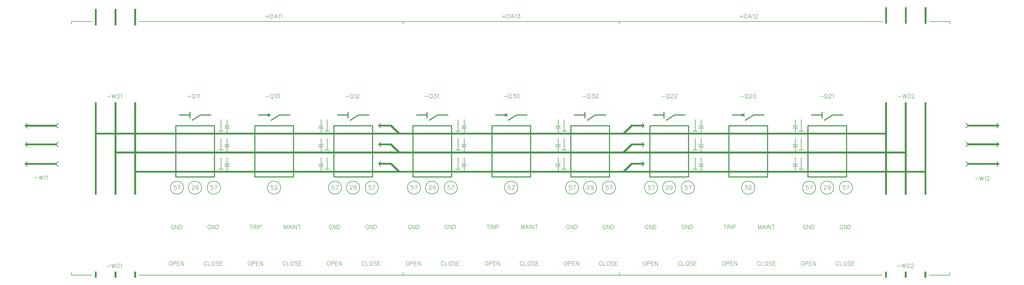
<source format=gto>
G04 Layer: TopSilkscreenLayer*
G04 EasyEDA v6.5.34, 2023-08-21 18:11:39*
G04 32b375108a2c43bb8d569144ed7c1066,5a6b42c53f6a479593ecc07194224c93,10*
G04 Gerber Generator version 0.2*
G04 Scale: 100 percent, Rotated: No, Reflected: No *
G04 Dimensions in millimeters *
G04 leading zeros omitted , absolute positions ,4 integer and 5 decimal *
%FSLAX45Y45*%
%MOMM*%

%ADD10C,0.2032*%
%ADD11C,0.2540*%
%ADD12C,0.5000*%
%ADD13C,1.0000*%

%LPD*%
D10*
X7542679Y890831D02*
G01*
X7524137Y881687D01*
X7505595Y863145D01*
X7496451Y844603D01*
X7487307Y816917D01*
X7487307Y770689D01*
X7496451Y743003D01*
X7505595Y724715D01*
X7524137Y706173D01*
X7542679Y696775D01*
X7579509Y696775D01*
X7598051Y706173D01*
X7616593Y724715D01*
X7625737Y743003D01*
X7634881Y770689D01*
X7634881Y816917D01*
X7625737Y844603D01*
X7616593Y863145D01*
X7598051Y881687D01*
X7579509Y890831D01*
X7542679Y890831D01*
X7695841Y890831D02*
G01*
X7695841Y696775D01*
X7695841Y890831D02*
G01*
X7779153Y890831D01*
X7806839Y881687D01*
X7815983Y872289D01*
X7825127Y854001D01*
X7825127Y826315D01*
X7815983Y807773D01*
X7806839Y798375D01*
X7779153Y789231D01*
X7695841Y789231D01*
X7886087Y890831D02*
G01*
X7886087Y696775D01*
X7886087Y890831D02*
G01*
X8006229Y890831D01*
X7886087Y798375D02*
G01*
X7960001Y798375D01*
X7886087Y696775D02*
G01*
X8006229Y696775D01*
X8067189Y890831D02*
G01*
X8067189Y696775D01*
X8067189Y890831D02*
G01*
X8196475Y696775D01*
X8196475Y890831D02*
G01*
X8196475Y696775D01*
X9508512Y2622382D02*
G01*
X9499368Y2640924D01*
X9480826Y2659466D01*
X9462538Y2668610D01*
X9425454Y2668610D01*
X9406912Y2659466D01*
X9388624Y2640924D01*
X9379226Y2622382D01*
X9370082Y2594696D01*
X9370082Y2548722D01*
X9379226Y2520782D01*
X9388624Y2502494D01*
X9406912Y2483952D01*
X9425454Y2474808D01*
X9462538Y2474808D01*
X9480826Y2483952D01*
X9499368Y2502494D01*
X9508512Y2520782D01*
X9508512Y2548722D01*
X9462538Y2548722D02*
G01*
X9508512Y2548722D01*
X9569472Y2668610D02*
G01*
X9569472Y2474808D01*
X9569472Y2668610D02*
G01*
X9699012Y2474808D01*
X9699012Y2668610D02*
G01*
X9699012Y2474808D01*
X9759972Y2668610D02*
G01*
X9759972Y2474808D01*
X9759972Y2668610D02*
G01*
X9824488Y2668610D01*
X9852174Y2659466D01*
X9870716Y2640924D01*
X9879860Y2622382D01*
X9889258Y2594696D01*
X9889258Y2548722D01*
X9879860Y2520782D01*
X9870716Y2502494D01*
X9852174Y2483952D01*
X9824488Y2474808D01*
X9759972Y2474808D01*
X7730109Y2622550D02*
G01*
X7720965Y2641092D01*
X7702422Y2659634D01*
X7684134Y2668778D01*
X7647050Y2668778D01*
X7628509Y2659634D01*
X7610220Y2641092D01*
X7600822Y2622550D01*
X7591679Y2594863D01*
X7591679Y2548889D01*
X7600822Y2520950D01*
X7610220Y2502662D01*
X7628509Y2484120D01*
X7647050Y2474976D01*
X7684134Y2474976D01*
X7702422Y2484120D01*
X7720965Y2502662D01*
X7730109Y2520950D01*
X7730109Y2548889D01*
X7684134Y2548889D02*
G01*
X7730109Y2548889D01*
X7791068Y2668778D02*
G01*
X7791068Y2474976D01*
X7791068Y2668778D02*
G01*
X7920609Y2474976D01*
X7920609Y2668778D02*
G01*
X7920609Y2474976D01*
X7981568Y2668778D02*
G01*
X7981568Y2474976D01*
X7981568Y2668778D02*
G01*
X8046084Y2668778D01*
X8073770Y2659634D01*
X8092313Y2641092D01*
X8101456Y2622550D01*
X8110854Y2594863D01*
X8110854Y2548889D01*
X8101456Y2520950D01*
X8092313Y2502662D01*
X8073770Y2484120D01*
X8046084Y2474976D01*
X7981568Y2474976D01*
X15229075Y890831D02*
G01*
X15210533Y881687D01*
X15191991Y863145D01*
X15182847Y844603D01*
X15173703Y816917D01*
X15173703Y770689D01*
X15182847Y743003D01*
X15191991Y724715D01*
X15210533Y706173D01*
X15229075Y696775D01*
X15265905Y696775D01*
X15284447Y706173D01*
X15302989Y724715D01*
X15312133Y743003D01*
X15321277Y770689D01*
X15321277Y816917D01*
X15312133Y844603D01*
X15302989Y863145D01*
X15284447Y881687D01*
X15265905Y890831D01*
X15229075Y890831D01*
X15382237Y890831D02*
G01*
X15382237Y696775D01*
X15382237Y890831D02*
G01*
X15465549Y890831D01*
X15493235Y881687D01*
X15502379Y872289D01*
X15511523Y854001D01*
X15511523Y826315D01*
X15502379Y807773D01*
X15493235Y798375D01*
X15465549Y789231D01*
X15382237Y789231D01*
X15572483Y890831D02*
G01*
X15572483Y696775D01*
X15572483Y890831D02*
G01*
X15692625Y890831D01*
X15572483Y798375D02*
G01*
X15646397Y798375D01*
X15572483Y696775D02*
G01*
X15692625Y696775D01*
X15753585Y890831D02*
G01*
X15753585Y696775D01*
X15753585Y890831D02*
G01*
X15882871Y696775D01*
X15882871Y890831D02*
G01*
X15882871Y696775D01*
X17194908Y2622382D02*
G01*
X17185764Y2640924D01*
X17167222Y2659466D01*
X17148934Y2668610D01*
X17111850Y2668610D01*
X17093308Y2659466D01*
X17075020Y2640924D01*
X17065622Y2622382D01*
X17056478Y2594696D01*
X17056478Y2548722D01*
X17065622Y2520782D01*
X17075020Y2502494D01*
X17093308Y2483952D01*
X17111850Y2474808D01*
X17148934Y2474808D01*
X17167222Y2483952D01*
X17185764Y2502494D01*
X17194908Y2520782D01*
X17194908Y2548722D01*
X17148934Y2548722D02*
G01*
X17194908Y2548722D01*
X17255868Y2668610D02*
G01*
X17255868Y2474808D01*
X17255868Y2668610D02*
G01*
X17385408Y2474808D01*
X17385408Y2668610D02*
G01*
X17385408Y2474808D01*
X17446368Y2668610D02*
G01*
X17446368Y2474808D01*
X17446368Y2668610D02*
G01*
X17510884Y2668610D01*
X17538570Y2659466D01*
X17557112Y2640924D01*
X17566256Y2622382D01*
X17575654Y2594696D01*
X17575654Y2548722D01*
X17566256Y2520782D01*
X17557112Y2502494D01*
X17538570Y2483952D01*
X17510884Y2474808D01*
X17446368Y2474808D01*
X15416504Y2622550D02*
G01*
X15407360Y2641092D01*
X15388818Y2659634D01*
X15370530Y2668778D01*
X15333446Y2668778D01*
X15314904Y2659634D01*
X15296616Y2641092D01*
X15287218Y2622550D01*
X15278074Y2594863D01*
X15278074Y2548889D01*
X15287218Y2520950D01*
X15296616Y2502662D01*
X15314904Y2484120D01*
X15333446Y2474976D01*
X15370530Y2474976D01*
X15388818Y2484120D01*
X15407360Y2502662D01*
X15416504Y2520950D01*
X15416504Y2548889D01*
X15370530Y2548889D02*
G01*
X15416504Y2548889D01*
X15477464Y2668778D02*
G01*
X15477464Y2474976D01*
X15477464Y2668778D02*
G01*
X15607004Y2474976D01*
X15607004Y2668778D02*
G01*
X15607004Y2474976D01*
X15667964Y2668778D02*
G01*
X15667964Y2474976D01*
X15667964Y2668778D02*
G01*
X15732480Y2668778D01*
X15760166Y2659634D01*
X15778708Y2641092D01*
X15787852Y2622550D01*
X15797250Y2594863D01*
X15797250Y2548889D01*
X15787852Y2520950D01*
X15778708Y2502662D01*
X15760166Y2484120D01*
X15732480Y2474976D01*
X15667964Y2474976D01*
X19072273Y890831D02*
G01*
X19053731Y881687D01*
X19035189Y863145D01*
X19026045Y844603D01*
X19016901Y816917D01*
X19016901Y770689D01*
X19026045Y743003D01*
X19035189Y724715D01*
X19053731Y706173D01*
X19072273Y696775D01*
X19109103Y696775D01*
X19127645Y706173D01*
X19146187Y724715D01*
X19155331Y743003D01*
X19164475Y770689D01*
X19164475Y816917D01*
X19155331Y844603D01*
X19146187Y863145D01*
X19127645Y881687D01*
X19109103Y890831D01*
X19072273Y890831D01*
X19225435Y890831D02*
G01*
X19225435Y696775D01*
X19225435Y890831D02*
G01*
X19308747Y890831D01*
X19336433Y881687D01*
X19345577Y872289D01*
X19354721Y854001D01*
X19354721Y826315D01*
X19345577Y807773D01*
X19336433Y798375D01*
X19308747Y789231D01*
X19225435Y789231D01*
X19415681Y890831D02*
G01*
X19415681Y696775D01*
X19415681Y890831D02*
G01*
X19535823Y890831D01*
X19415681Y798375D02*
G01*
X19489595Y798375D01*
X19415681Y696775D02*
G01*
X19535823Y696775D01*
X19596783Y890831D02*
G01*
X19596783Y696775D01*
X19596783Y890831D02*
G01*
X19726069Y696775D01*
X19726069Y890831D02*
G01*
X19726069Y696775D01*
X21038106Y2622382D02*
G01*
X21028962Y2640924D01*
X21010420Y2659466D01*
X20992132Y2668610D01*
X20955048Y2668610D01*
X20936506Y2659466D01*
X20918218Y2640924D01*
X20908820Y2622382D01*
X20899676Y2594696D01*
X20899676Y2548722D01*
X20908820Y2520782D01*
X20918218Y2502494D01*
X20936506Y2483952D01*
X20955048Y2474808D01*
X20992132Y2474808D01*
X21010420Y2483952D01*
X21028962Y2502494D01*
X21038106Y2520782D01*
X21038106Y2548722D01*
X20992132Y2548722D02*
G01*
X21038106Y2548722D01*
X21099066Y2668610D02*
G01*
X21099066Y2474808D01*
X21099066Y2668610D02*
G01*
X21228606Y2474808D01*
X21228606Y2668610D02*
G01*
X21228606Y2474808D01*
X21289566Y2668610D02*
G01*
X21289566Y2474808D01*
X21289566Y2668610D02*
G01*
X21354082Y2668610D01*
X21381768Y2659466D01*
X21400310Y2640924D01*
X21409454Y2622382D01*
X21418852Y2594696D01*
X21418852Y2548722D01*
X21409454Y2520782D01*
X21400310Y2502494D01*
X21381768Y2483952D01*
X21354082Y2474808D01*
X21289566Y2474808D01*
X19259702Y2622550D02*
G01*
X19250558Y2641092D01*
X19232016Y2659634D01*
X19213728Y2668778D01*
X19176644Y2668778D01*
X19158102Y2659634D01*
X19139814Y2641092D01*
X19130416Y2622550D01*
X19121272Y2594863D01*
X19121272Y2548889D01*
X19130416Y2520950D01*
X19139814Y2502662D01*
X19158102Y2484120D01*
X19176644Y2474976D01*
X19213728Y2474976D01*
X19232016Y2484120D01*
X19250558Y2502662D01*
X19259702Y2520950D01*
X19259702Y2548889D01*
X19213728Y2548889D02*
G01*
X19259702Y2548889D01*
X19320662Y2668778D02*
G01*
X19320662Y2474976D01*
X19320662Y2668778D02*
G01*
X19450202Y2474976D01*
X19450202Y2668778D02*
G01*
X19450202Y2474976D01*
X19511162Y2668778D02*
G01*
X19511162Y2474976D01*
X19511162Y2668778D02*
G01*
X19575678Y2668778D01*
X19603364Y2659634D01*
X19621906Y2641092D01*
X19631050Y2622550D01*
X19640448Y2594863D01*
X19640448Y2548889D01*
X19631050Y2520950D01*
X19621906Y2502662D01*
X19603364Y2484120D01*
X19575678Y2474976D01*
X19511162Y2474976D01*
X30601892Y890831D02*
G01*
X30583350Y881687D01*
X30564808Y863145D01*
X30555664Y844603D01*
X30546520Y816917D01*
X30546520Y770689D01*
X30555664Y743003D01*
X30564808Y724715D01*
X30583350Y706173D01*
X30601892Y696775D01*
X30638722Y696775D01*
X30657264Y706173D01*
X30675806Y724715D01*
X30684950Y743003D01*
X30694094Y770689D01*
X30694094Y816917D01*
X30684950Y844603D01*
X30675806Y863145D01*
X30657264Y881687D01*
X30638722Y890831D01*
X30601892Y890831D01*
X30755054Y890831D02*
G01*
X30755054Y696775D01*
X30755054Y890831D02*
G01*
X30838366Y890831D01*
X30866052Y881687D01*
X30875196Y872289D01*
X30884340Y854001D01*
X30884340Y826315D01*
X30875196Y807773D01*
X30866052Y798375D01*
X30838366Y789231D01*
X30755054Y789231D01*
X30945300Y890831D02*
G01*
X30945300Y696775D01*
X30945300Y890831D02*
G01*
X31065442Y890831D01*
X30945300Y798375D02*
G01*
X31019214Y798375D01*
X30945300Y696775D02*
G01*
X31065442Y696775D01*
X31126402Y890831D02*
G01*
X31126402Y696775D01*
X31126402Y890831D02*
G01*
X31255688Y696775D01*
X31255688Y890831D02*
G01*
X31255688Y696775D01*
X32567725Y2622382D02*
G01*
X32558581Y2640924D01*
X32540039Y2659466D01*
X32521751Y2668610D01*
X32484667Y2668610D01*
X32466125Y2659466D01*
X32447837Y2640924D01*
X32438439Y2622382D01*
X32429295Y2594696D01*
X32429295Y2548722D01*
X32438439Y2520782D01*
X32447837Y2502494D01*
X32466125Y2483952D01*
X32484667Y2474808D01*
X32521751Y2474808D01*
X32540039Y2483952D01*
X32558581Y2502494D01*
X32567725Y2520782D01*
X32567725Y2548722D01*
X32521751Y2548722D02*
G01*
X32567725Y2548722D01*
X32628685Y2668610D02*
G01*
X32628685Y2474808D01*
X32628685Y2668610D02*
G01*
X32758225Y2474808D01*
X32758225Y2668610D02*
G01*
X32758225Y2474808D01*
X32819185Y2668610D02*
G01*
X32819185Y2474808D01*
X32819185Y2668610D02*
G01*
X32883701Y2668610D01*
X32911387Y2659466D01*
X32929929Y2640924D01*
X32939073Y2622382D01*
X32948471Y2594696D01*
X32948471Y2548722D01*
X32939073Y2520782D01*
X32929929Y2502494D01*
X32911387Y2483952D01*
X32883701Y2474808D01*
X32819185Y2474808D01*
X30789321Y2622550D02*
G01*
X30780177Y2641092D01*
X30761635Y2659634D01*
X30743347Y2668778D01*
X30706263Y2668778D01*
X30687721Y2659634D01*
X30669433Y2641092D01*
X30660035Y2622550D01*
X30650891Y2594863D01*
X30650891Y2548889D01*
X30660035Y2520950D01*
X30669433Y2502662D01*
X30687721Y2484120D01*
X30706263Y2474976D01*
X30743347Y2474976D01*
X30761635Y2484120D01*
X30780177Y2502662D01*
X30789321Y2520950D01*
X30789321Y2548889D01*
X30743347Y2548889D02*
G01*
X30789321Y2548889D01*
X30850281Y2668778D02*
G01*
X30850281Y2474976D01*
X30850281Y2668778D02*
G01*
X30979821Y2474976D01*
X30979821Y2668778D02*
G01*
X30979821Y2474976D01*
X31040781Y2668778D02*
G01*
X31040781Y2474976D01*
X31040781Y2668778D02*
G01*
X31105297Y2668778D01*
X31132983Y2659634D01*
X31151525Y2641092D01*
X31160669Y2622550D01*
X31170067Y2594863D01*
X31170067Y2548889D01*
X31160669Y2520950D01*
X31151525Y2502662D01*
X31132983Y2484120D01*
X31105297Y2474976D01*
X31040781Y2474976D01*
X40067270Y844603D02*
G01*
X40058126Y863145D01*
X40039584Y881687D01*
X40021042Y890831D01*
X39984212Y890831D01*
X39965670Y881687D01*
X39947382Y863145D01*
X39937984Y844603D01*
X39928840Y816917D01*
X39928840Y770689D01*
X39937984Y743003D01*
X39947382Y724715D01*
X39965670Y706173D01*
X39984212Y696775D01*
X40021042Y696775D01*
X40039584Y706173D01*
X40058126Y724715D01*
X40067270Y743003D01*
X40128230Y890831D02*
G01*
X40128230Y696775D01*
X40128230Y696775D02*
G01*
X40239228Y696775D01*
X40355560Y890831D02*
G01*
X40337018Y881687D01*
X40318476Y863145D01*
X40309332Y844603D01*
X40300188Y816917D01*
X40300188Y770689D01*
X40309332Y743003D01*
X40318476Y724715D01*
X40337018Y706173D01*
X40355560Y696775D01*
X40392390Y696775D01*
X40410932Y706173D01*
X40429474Y724715D01*
X40438618Y743003D01*
X40447762Y770689D01*
X40447762Y816917D01*
X40438618Y844603D01*
X40429474Y863145D01*
X40410932Y881687D01*
X40392390Y890831D01*
X40355560Y890831D01*
X40638262Y863145D02*
G01*
X40619720Y881687D01*
X40592034Y890831D01*
X40554950Y890831D01*
X40527264Y881687D01*
X40508722Y863145D01*
X40508722Y844603D01*
X40518120Y826315D01*
X40527264Y816917D01*
X40545806Y807773D01*
X40601178Y789231D01*
X40619720Y780087D01*
X40628864Y770689D01*
X40638262Y752401D01*
X40638262Y724715D01*
X40619720Y706173D01*
X40592034Y696775D01*
X40554950Y696775D01*
X40527264Y706173D01*
X40508722Y724715D01*
X40699222Y890831D02*
G01*
X40699222Y696775D01*
X40699222Y890831D02*
G01*
X40819110Y890831D01*
X40699222Y798375D02*
G01*
X40772882Y798375D01*
X40699222Y696775D02*
G01*
X40819110Y696775D01*
X38288287Y890831D02*
G01*
X38269745Y881687D01*
X38251203Y863145D01*
X38242059Y844603D01*
X38232915Y816917D01*
X38232915Y770689D01*
X38242059Y743003D01*
X38251203Y724715D01*
X38269745Y706173D01*
X38288287Y696775D01*
X38325117Y696775D01*
X38343659Y706173D01*
X38362201Y724715D01*
X38371345Y743003D01*
X38380489Y770689D01*
X38380489Y816917D01*
X38371345Y844603D01*
X38362201Y863145D01*
X38343659Y881687D01*
X38325117Y890831D01*
X38288287Y890831D01*
X38441449Y890831D02*
G01*
X38441449Y696775D01*
X38441449Y890831D02*
G01*
X38524761Y890831D01*
X38552447Y881687D01*
X38561591Y872289D01*
X38570735Y854001D01*
X38570735Y826315D01*
X38561591Y807773D01*
X38552447Y798375D01*
X38524761Y789231D01*
X38441449Y789231D01*
X38631695Y890831D02*
G01*
X38631695Y696775D01*
X38631695Y890831D02*
G01*
X38751837Y890831D01*
X38631695Y798375D02*
G01*
X38705609Y798375D01*
X38631695Y696775D02*
G01*
X38751837Y696775D01*
X38812797Y890831D02*
G01*
X38812797Y696775D01*
X38812797Y890831D02*
G01*
X38942083Y696775D01*
X38942083Y890831D02*
G01*
X38942083Y696775D01*
X40254120Y2622382D02*
G01*
X40244976Y2640924D01*
X40226434Y2659466D01*
X40208146Y2668610D01*
X40171062Y2668610D01*
X40152520Y2659466D01*
X40134232Y2640924D01*
X40124834Y2622382D01*
X40115690Y2594696D01*
X40115690Y2548722D01*
X40124834Y2520782D01*
X40134232Y2502494D01*
X40152520Y2483952D01*
X40171062Y2474808D01*
X40208146Y2474808D01*
X40226434Y2483952D01*
X40244976Y2502494D01*
X40254120Y2520782D01*
X40254120Y2548722D01*
X40208146Y2548722D02*
G01*
X40254120Y2548722D01*
X40315080Y2668610D02*
G01*
X40315080Y2474808D01*
X40315080Y2668610D02*
G01*
X40444620Y2474808D01*
X40444620Y2668610D02*
G01*
X40444620Y2474808D01*
X40505580Y2668610D02*
G01*
X40505580Y2474808D01*
X40505580Y2668610D02*
G01*
X40570096Y2668610D01*
X40597782Y2659466D01*
X40616324Y2640924D01*
X40625468Y2622382D01*
X40634866Y2594696D01*
X40634866Y2548722D01*
X40625468Y2520782D01*
X40616324Y2502494D01*
X40597782Y2483952D01*
X40570096Y2474808D01*
X40505580Y2474808D01*
X38475716Y2622550D02*
G01*
X38466572Y2641092D01*
X38448030Y2659634D01*
X38429742Y2668778D01*
X38392658Y2668778D01*
X38374116Y2659634D01*
X38355828Y2641092D01*
X38346430Y2622550D01*
X38337286Y2594863D01*
X38337286Y2548889D01*
X38346430Y2520950D01*
X38355828Y2502662D01*
X38374116Y2484120D01*
X38392658Y2474976D01*
X38429742Y2474976D01*
X38448030Y2484120D01*
X38466572Y2502662D01*
X38475716Y2520950D01*
X38475716Y2548889D01*
X38429742Y2548889D02*
G01*
X38475716Y2548889D01*
X38536676Y2668778D02*
G01*
X38536676Y2474976D01*
X38536676Y2668778D02*
G01*
X38666216Y2474976D01*
X38666216Y2668778D02*
G01*
X38666216Y2474976D01*
X38727176Y2668778D02*
G01*
X38727176Y2474976D01*
X38727176Y2668778D02*
G01*
X38791692Y2668778D01*
X38819378Y2659634D01*
X38837920Y2641092D01*
X38847064Y2622550D01*
X38856462Y2594863D01*
X38856462Y2548889D01*
X38847064Y2520950D01*
X38837920Y2502662D01*
X38819378Y2484120D01*
X38791692Y2474976D01*
X38727176Y2474976D01*
X11385877Y890831D02*
G01*
X11367335Y881687D01*
X11348793Y863145D01*
X11339649Y844603D01*
X11330505Y816917D01*
X11330505Y770689D01*
X11339649Y743003D01*
X11348793Y724715D01*
X11367335Y706173D01*
X11385877Y696775D01*
X11422707Y696775D01*
X11441249Y706173D01*
X11459791Y724715D01*
X11468935Y743003D01*
X11478079Y770689D01*
X11478079Y816917D01*
X11468935Y844603D01*
X11459791Y863145D01*
X11441249Y881687D01*
X11422707Y890831D01*
X11385877Y890831D01*
X11539039Y890831D02*
G01*
X11539039Y696775D01*
X11539039Y890831D02*
G01*
X11622351Y890831D01*
X11650037Y881687D01*
X11659181Y872289D01*
X11668325Y854001D01*
X11668325Y826315D01*
X11659181Y807773D01*
X11650037Y798375D01*
X11622351Y789231D01*
X11539039Y789231D01*
X11729285Y890831D02*
G01*
X11729285Y696775D01*
X11729285Y890831D02*
G01*
X11849427Y890831D01*
X11729285Y798375D02*
G01*
X11803199Y798375D01*
X11729285Y696775D02*
G01*
X11849427Y696775D01*
X11910387Y890831D02*
G01*
X11910387Y696775D01*
X11910387Y890831D02*
G01*
X12039673Y696775D01*
X12039673Y890831D02*
G01*
X12039673Y696775D01*
X13082983Y2668945D02*
G01*
X13082983Y2474889D01*
X13082983Y2668945D02*
G01*
X13156897Y2474889D01*
X13230811Y2668945D02*
G01*
X13156897Y2474889D01*
X13230811Y2668945D02*
G01*
X13230811Y2474889D01*
X13365685Y2668945D02*
G01*
X13291771Y2474889D01*
X13365685Y2668945D02*
G01*
X13439599Y2474889D01*
X13319457Y2539659D02*
G01*
X13411913Y2539659D01*
X13500559Y2668945D02*
G01*
X13500559Y2474889D01*
X13561519Y2668945D02*
G01*
X13561519Y2474889D01*
X13561519Y2668945D02*
G01*
X13690805Y2474889D01*
X13690805Y2668945D02*
G01*
X13690805Y2474889D01*
X13816281Y2668945D02*
G01*
X13816281Y2474889D01*
X13751765Y2668945D02*
G01*
X13881051Y2668945D01*
X11471249Y2668778D02*
G01*
X11471249Y2474976D01*
X11406479Y2668778D02*
G01*
X11535765Y2668778D01*
X11596725Y2668778D02*
G01*
X11596725Y2474976D01*
X11596725Y2668778D02*
G01*
X11680037Y2668778D01*
X11707723Y2659634D01*
X11716867Y2650489D01*
X11726265Y2631947D01*
X11726265Y2613405D01*
X11716867Y2594863D01*
X11707723Y2585720D01*
X11680037Y2576576D01*
X11596725Y2576576D01*
X11661495Y2576576D02*
G01*
X11726265Y2474976D01*
X11787225Y2668778D02*
G01*
X11787225Y2474976D01*
X11848185Y2668778D02*
G01*
X11848185Y2474976D01*
X11848185Y2668778D02*
G01*
X11931243Y2668778D01*
X11958929Y2659634D01*
X11968073Y2650489D01*
X11977471Y2631947D01*
X11977471Y2604262D01*
X11968073Y2585720D01*
X11958929Y2576576D01*
X11931243Y2567178D01*
X11848185Y2567178D01*
X34530461Y2668778D02*
G01*
X34530461Y2474976D01*
X34465691Y2668778D02*
G01*
X34594977Y2668778D01*
X34655937Y2668778D02*
G01*
X34655937Y2474976D01*
X34655937Y2668778D02*
G01*
X34739249Y2668778D01*
X34766935Y2659634D01*
X34776079Y2650489D01*
X34785477Y2631947D01*
X34785477Y2613405D01*
X34776079Y2594863D01*
X34766935Y2585720D01*
X34739249Y2576576D01*
X34655937Y2576576D01*
X34720707Y2576576D02*
G01*
X34785477Y2474976D01*
X34846437Y2668778D02*
G01*
X34846437Y2474976D01*
X34907397Y2668778D02*
G01*
X34907397Y2474976D01*
X34907397Y2668778D02*
G01*
X34990455Y2668778D01*
X35018141Y2659634D01*
X35027285Y2650489D01*
X35036683Y2631947D01*
X35036683Y2604262D01*
X35027285Y2585720D01*
X35018141Y2576576D01*
X34990455Y2567178D01*
X34907397Y2567178D01*
X36142195Y2668945D02*
G01*
X36142195Y2474889D01*
X36142195Y2668945D02*
G01*
X36216109Y2474889D01*
X36290023Y2668945D02*
G01*
X36216109Y2474889D01*
X36290023Y2668945D02*
G01*
X36290023Y2474889D01*
X36424897Y2668945D02*
G01*
X36350983Y2474889D01*
X36424897Y2668945D02*
G01*
X36498811Y2474889D01*
X36378669Y2539659D02*
G01*
X36471125Y2539659D01*
X36559771Y2668945D02*
G01*
X36559771Y2474889D01*
X36620731Y2668945D02*
G01*
X36620731Y2474889D01*
X36620731Y2668945D02*
G01*
X36750017Y2474889D01*
X36750017Y2668945D02*
G01*
X36750017Y2474889D01*
X36875493Y2668945D02*
G01*
X36875493Y2474889D01*
X36810977Y2668945D02*
G01*
X36940263Y2668945D01*
X34445089Y890831D02*
G01*
X34426547Y881687D01*
X34408005Y863145D01*
X34398861Y844603D01*
X34389717Y816917D01*
X34389717Y770689D01*
X34398861Y743003D01*
X34408005Y724715D01*
X34426547Y706173D01*
X34445089Y696775D01*
X34481919Y696775D01*
X34500461Y706173D01*
X34519003Y724715D01*
X34528147Y743003D01*
X34537291Y770689D01*
X34537291Y816917D01*
X34528147Y844603D01*
X34519003Y863145D01*
X34500461Y881687D01*
X34481919Y890831D01*
X34445089Y890831D01*
X34598251Y890831D02*
G01*
X34598251Y696775D01*
X34598251Y890831D02*
G01*
X34681563Y890831D01*
X34709249Y881687D01*
X34718393Y872289D01*
X34727537Y854001D01*
X34727537Y826315D01*
X34718393Y807773D01*
X34709249Y798375D01*
X34681563Y789231D01*
X34598251Y789231D01*
X34788497Y890831D02*
G01*
X34788497Y696775D01*
X34788497Y890831D02*
G01*
X34908639Y890831D01*
X34788497Y798375D02*
G01*
X34862411Y798375D01*
X34788497Y696775D02*
G01*
X34908639Y696775D01*
X34969599Y890831D02*
G01*
X34969599Y696775D01*
X34969599Y890831D02*
G01*
X35098885Y696775D01*
X35098885Y890831D02*
G01*
X35098885Y696775D01*
X4474095Y8920734D02*
G01*
X4640465Y8920734D01*
X4701425Y9031478D02*
G01*
X4747399Y8837676D01*
X4793627Y9031478D02*
G01*
X4747399Y8837676D01*
X4793627Y9031478D02*
G01*
X4839855Y8837676D01*
X4886083Y9031478D02*
G01*
X4839855Y8837676D01*
X5002415Y9031478D02*
G01*
X4974729Y9022334D01*
X4956187Y8994647D01*
X4947043Y8948420D01*
X4947043Y8920734D01*
X4956187Y8874505D01*
X4974729Y8846820D01*
X5002415Y8837676D01*
X5020957Y8837676D01*
X5048643Y8846820D01*
X5067185Y8874505D01*
X5076329Y8920734D01*
X5076329Y8948420D01*
X5067185Y8994647D01*
X5048643Y9022334D01*
X5020957Y9031478D01*
X5002415Y9031478D01*
X5137289Y8994647D02*
G01*
X5155831Y9003792D01*
X5183517Y9031478D01*
X5183517Y8837676D01*
X8373071Y8920734D02*
G01*
X8539187Y8920734D01*
X8655519Y9031478D02*
G01*
X8637231Y9022334D01*
X8618689Y9003792D01*
X8609545Y8985250D01*
X8600147Y8957563D01*
X8600147Y8911589D01*
X8609545Y8883650D01*
X8618689Y8865362D01*
X8637231Y8846820D01*
X8655519Y8837676D01*
X8692603Y8837676D01*
X8711145Y8846820D01*
X8729433Y8865362D01*
X8738831Y8883650D01*
X8747975Y8911589D01*
X8747975Y8957563D01*
X8738831Y8985250D01*
X8729433Y9003792D01*
X8711145Y9022334D01*
X8692603Y9031478D01*
X8655519Y9031478D01*
X8683459Y8874505D02*
G01*
X8738831Y8819134D01*
X8808935Y8994647D02*
G01*
X8827477Y9003792D01*
X8855163Y9031478D01*
X8855163Y8837676D01*
X8916123Y8994647D02*
G01*
X8934665Y9003792D01*
X8962351Y9031478D01*
X8962351Y8837676D01*
X12182894Y8920734D02*
G01*
X12349264Y8920734D01*
X12465596Y9031478D02*
G01*
X12447054Y9022334D01*
X12428766Y9003792D01*
X12419368Y8985250D01*
X12410224Y8957563D01*
X12410224Y8911589D01*
X12419368Y8883650D01*
X12428766Y8865362D01*
X12447054Y8846820D01*
X12465596Y8837676D01*
X12502680Y8837676D01*
X12520968Y8846820D01*
X12539510Y8865362D01*
X12548654Y8883650D01*
X12558052Y8911589D01*
X12558052Y8957563D01*
X12548654Y8985250D01*
X12539510Y9003792D01*
X12520968Y9022334D01*
X12502680Y9031478D01*
X12465596Y9031478D01*
X12493282Y8874505D02*
G01*
X12548654Y8819134D01*
X12619012Y8994647D02*
G01*
X12637300Y9003792D01*
X12665240Y9031478D01*
X12665240Y8837676D01*
X12781572Y9031478D02*
G01*
X12753886Y9022334D01*
X12735344Y8994647D01*
X12726200Y8948420D01*
X12726200Y8920734D01*
X12735344Y8874505D01*
X12753886Y8846820D01*
X12781572Y8837676D01*
X12799860Y8837676D01*
X12827800Y8846820D01*
X12846088Y8874505D01*
X12855486Y8920734D01*
X12855486Y8948420D01*
X12846088Y8994647D01*
X12827800Y9022334D01*
X12799860Y9031478D01*
X12781572Y9031478D01*
X16056470Y8920734D02*
G01*
X16222840Y8920734D01*
X16339172Y9031478D02*
G01*
X16320630Y9022334D01*
X16302088Y9003792D01*
X16292944Y8985250D01*
X16283800Y8957563D01*
X16283800Y8911589D01*
X16292944Y8883650D01*
X16302088Y8865362D01*
X16320630Y8846820D01*
X16339172Y8837676D01*
X16376002Y8837676D01*
X16394544Y8846820D01*
X16413086Y8865362D01*
X16422230Y8883650D01*
X16431374Y8911589D01*
X16431374Y8957563D01*
X16422230Y8985250D01*
X16413086Y9003792D01*
X16394544Y9022334D01*
X16376002Y9031478D01*
X16339172Y9031478D01*
X16366858Y8874505D02*
G01*
X16422230Y8819134D01*
X16492334Y8994647D02*
G01*
X16510876Y9003792D01*
X16538562Y9031478D01*
X16538562Y8837676D01*
X16608920Y8985250D02*
G01*
X16608920Y8994647D01*
X16618064Y9013189D01*
X16627208Y9022334D01*
X16645750Y9031478D01*
X16682834Y9031478D01*
X16701122Y9022334D01*
X16710520Y9013189D01*
X16719664Y8994647D01*
X16719664Y8976105D01*
X16710520Y8957563D01*
X16691978Y8929878D01*
X16599522Y8837676D01*
X16728808Y8837676D01*
X19917295Y8920734D02*
G01*
X20083665Y8920734D01*
X20199997Y9031478D02*
G01*
X20181455Y9022334D01*
X20162913Y9003792D01*
X20153769Y8985250D01*
X20144625Y8957563D01*
X20144625Y8911589D01*
X20153769Y8883650D01*
X20162913Y8865362D01*
X20181455Y8846820D01*
X20199997Y8837676D01*
X20236827Y8837676D01*
X20255369Y8846820D01*
X20273911Y8865362D01*
X20283055Y8883650D01*
X20292199Y8911589D01*
X20292199Y8957563D01*
X20283055Y8985250D01*
X20273911Y9003792D01*
X20255369Y9022334D01*
X20236827Y9031478D01*
X20199997Y9031478D01*
X20227683Y8874505D02*
G01*
X20283055Y8819134D01*
X20371701Y9031478D02*
G01*
X20473301Y9031478D01*
X20417929Y8957563D01*
X20445615Y8957563D01*
X20464157Y8948420D01*
X20473301Y8939276D01*
X20482445Y8911589D01*
X20482445Y8893047D01*
X20473301Y8865362D01*
X20454759Y8846820D01*
X20427073Y8837676D01*
X20399387Y8837676D01*
X20371701Y8846820D01*
X20362557Y8855963D01*
X20353159Y8874505D01*
X20543405Y8994647D02*
G01*
X20561947Y9003792D01*
X20589633Y9031478D01*
X20589633Y8837676D01*
X42942395Y8920734D02*
G01*
X43108765Y8920734D01*
X43169725Y9031478D02*
G01*
X43215699Y8837676D01*
X43261927Y9031478D02*
G01*
X43215699Y8837676D01*
X43261927Y9031478D02*
G01*
X43308155Y8837676D01*
X43354383Y9031478D02*
G01*
X43308155Y8837676D01*
X43470715Y9031478D02*
G01*
X43443029Y9022334D01*
X43424487Y8994647D01*
X43415343Y8948420D01*
X43415343Y8920734D01*
X43424487Y8874505D01*
X43443029Y8846820D01*
X43470715Y8837676D01*
X43489257Y8837676D01*
X43516943Y8846820D01*
X43535485Y8874505D01*
X43544629Y8920734D01*
X43544629Y8948420D01*
X43535485Y8994647D01*
X43516943Y9022334D01*
X43489257Y9031478D01*
X43470715Y9031478D01*
X43614733Y8985250D02*
G01*
X43614733Y8994647D01*
X43624131Y9013189D01*
X43633275Y9022334D01*
X43651817Y9031478D01*
X43688647Y9031478D01*
X43707189Y9022334D01*
X43716333Y9013189D01*
X43725731Y8994647D01*
X43725731Y8976105D01*
X43716333Y8957563D01*
X43698045Y8929878D01*
X43605589Y8837676D01*
X43734875Y8837676D01*
X23760569Y8920734D02*
G01*
X23926685Y8920734D01*
X24043271Y9031478D02*
G01*
X24024729Y9022334D01*
X24006187Y9003792D01*
X23997043Y8985250D01*
X23987645Y8957563D01*
X23987645Y8911589D01*
X23997043Y8883650D01*
X24006187Y8865362D01*
X24024729Y8846820D01*
X24043271Y8837676D01*
X24080101Y8837676D01*
X24098643Y8846820D01*
X24116931Y8865362D01*
X24126329Y8883650D01*
X24135473Y8911589D01*
X24135473Y8957563D01*
X24126329Y8985250D01*
X24116931Y9003792D01*
X24098643Y9022334D01*
X24080101Y9031478D01*
X24043271Y9031478D01*
X24070957Y8874505D02*
G01*
X24126329Y8819134D01*
X24214975Y9031478D02*
G01*
X24316575Y9031478D01*
X24261203Y8957563D01*
X24288889Y8957563D01*
X24307431Y8948420D01*
X24316575Y8939276D01*
X24325719Y8911589D01*
X24325719Y8893047D01*
X24316575Y8865362D01*
X24298033Y8846820D01*
X24270347Y8837676D01*
X24242661Y8837676D01*
X24214975Y8846820D01*
X24205831Y8855963D01*
X24196433Y8874505D01*
X24442051Y9031478D02*
G01*
X24414365Y9022334D01*
X24396077Y8994647D01*
X24386679Y8948420D01*
X24386679Y8920734D01*
X24396077Y8874505D01*
X24414365Y8846820D01*
X24442051Y8837676D01*
X24460593Y8837676D01*
X24488279Y8846820D01*
X24506821Y8874505D01*
X24515965Y8920734D01*
X24515965Y8948420D01*
X24506821Y8994647D01*
X24488279Y9022334D01*
X24460593Y9031478D01*
X24442051Y9031478D01*
X27603843Y8920734D02*
G01*
X27769959Y8920734D01*
X27886291Y9031478D02*
G01*
X27868003Y9022334D01*
X27849461Y9003792D01*
X27840063Y8985250D01*
X27830919Y8957563D01*
X27830919Y8911589D01*
X27840063Y8883650D01*
X27849461Y8865362D01*
X27868003Y8846820D01*
X27886291Y8837676D01*
X27923375Y8837676D01*
X27941663Y8846820D01*
X27960205Y8865362D01*
X27969603Y8883650D01*
X27978747Y8911589D01*
X27978747Y8957563D01*
X27969603Y8985250D01*
X27960205Y9003792D01*
X27941663Y9022334D01*
X27923375Y9031478D01*
X27886291Y9031478D01*
X27913977Y8874505D02*
G01*
X27969603Y8819134D01*
X28058249Y9031478D02*
G01*
X28159849Y9031478D01*
X28104223Y8957563D01*
X28132163Y8957563D01*
X28150451Y8948420D01*
X28159849Y8939276D01*
X28168993Y8911589D01*
X28168993Y8893047D01*
X28159849Y8865362D01*
X28141307Y8846820D01*
X28113621Y8837676D01*
X28085935Y8837676D01*
X28058249Y8846820D01*
X28048851Y8855963D01*
X28039707Y8874505D01*
X28239097Y8985250D02*
G01*
X28239097Y8994647D01*
X28248495Y9013189D01*
X28257639Y9022334D01*
X28276181Y9031478D01*
X28313011Y9031478D01*
X28331553Y9022334D01*
X28340697Y9013189D01*
X28350095Y8994647D01*
X28350095Y8976105D01*
X28340697Y8957563D01*
X28322409Y8929878D01*
X28229953Y8837676D01*
X28359239Y8837676D01*
X31446863Y8920734D02*
G01*
X31613233Y8920734D01*
X31729565Y9031478D02*
G01*
X31711023Y9022334D01*
X31692481Y9003792D01*
X31683337Y8985250D01*
X31674193Y8957563D01*
X31674193Y8911589D01*
X31683337Y8883650D01*
X31692481Y8865362D01*
X31711023Y8846820D01*
X31729565Y8837676D01*
X31766395Y8837676D01*
X31784937Y8846820D01*
X31803479Y8865362D01*
X31812623Y8883650D01*
X31822021Y8911589D01*
X31822021Y8957563D01*
X31812623Y8985250D01*
X31803479Y9003792D01*
X31784937Y9022334D01*
X31766395Y9031478D01*
X31729565Y9031478D01*
X31757251Y8874505D02*
G01*
X31812623Y8819134D01*
X31892125Y8985250D02*
G01*
X31892125Y8994647D01*
X31901269Y9013189D01*
X31910667Y9022334D01*
X31928955Y9031478D01*
X31966039Y9031478D01*
X31984581Y9022334D01*
X31993725Y9013189D01*
X32002869Y8994647D01*
X32002869Y8976105D01*
X31993725Y8957563D01*
X31975183Y8929878D01*
X31882981Y8837676D01*
X32012267Y8837676D01*
X32082371Y8985250D02*
G01*
X32082371Y8994647D01*
X32091515Y9013189D01*
X32100913Y9022334D01*
X32119201Y9031478D01*
X32156285Y9031478D01*
X32174827Y9022334D01*
X32183971Y9013189D01*
X32193115Y8994647D01*
X32193115Y8976105D01*
X32183971Y8957563D01*
X32165429Y8929878D01*
X32073227Y8837676D01*
X32202513Y8837676D01*
X35271621Y8920734D02*
G01*
X35437737Y8920734D01*
X35554323Y9031478D02*
G01*
X35535781Y9022334D01*
X35517239Y9003792D01*
X35508095Y8985250D01*
X35498697Y8957563D01*
X35498697Y8911589D01*
X35508095Y8883650D01*
X35517239Y8865362D01*
X35535781Y8846820D01*
X35554323Y8837676D01*
X35591153Y8837676D01*
X35609695Y8846820D01*
X35628237Y8865362D01*
X35637381Y8883650D01*
X35646525Y8911589D01*
X35646525Y8957563D01*
X35637381Y8985250D01*
X35628237Y9003792D01*
X35609695Y9022334D01*
X35591153Y9031478D01*
X35554323Y9031478D01*
X35582009Y8874505D02*
G01*
X35637381Y8819134D01*
X35716883Y8985250D02*
G01*
X35716883Y8994647D01*
X35726027Y9013189D01*
X35735171Y9022334D01*
X35753713Y9031478D01*
X35790797Y9031478D01*
X35809085Y9022334D01*
X35818483Y9013189D01*
X35827627Y8994647D01*
X35827627Y8976105D01*
X35818483Y8957563D01*
X35799941Y8929878D01*
X35707485Y8837676D01*
X35836771Y8837676D01*
X35953357Y9031478D02*
G01*
X35925417Y9022334D01*
X35907129Y8994647D01*
X35897731Y8948420D01*
X35897731Y8920734D01*
X35907129Y8874505D01*
X35925417Y8846820D01*
X35953357Y8837676D01*
X35971645Y8837676D01*
X35999331Y8846820D01*
X36017873Y8874505D01*
X36027017Y8920734D01*
X36027017Y8948420D01*
X36017873Y8994647D01*
X35999331Y9022334D01*
X35971645Y9031478D01*
X35953357Y9031478D01*
X39133411Y8920734D02*
G01*
X39299527Y8920734D01*
X39415859Y9031478D02*
G01*
X39397571Y9022334D01*
X39379029Y9003792D01*
X39369885Y8985250D01*
X39360487Y8957563D01*
X39360487Y8911589D01*
X39369885Y8883650D01*
X39379029Y8865362D01*
X39397571Y8846820D01*
X39415859Y8837676D01*
X39452943Y8837676D01*
X39471485Y8846820D01*
X39489773Y8865362D01*
X39499171Y8883650D01*
X39508315Y8911589D01*
X39508315Y8957563D01*
X39499171Y8985250D01*
X39489773Y9003792D01*
X39471485Y9022334D01*
X39452943Y9031478D01*
X39415859Y9031478D01*
X39443545Y8874505D02*
G01*
X39499171Y8819134D01*
X39578419Y8985250D02*
G01*
X39578419Y8994647D01*
X39587817Y9013189D01*
X39596961Y9022334D01*
X39615503Y9031478D01*
X39652333Y9031478D01*
X39670875Y9022334D01*
X39680019Y9013189D01*
X39689417Y8994647D01*
X39689417Y8976105D01*
X39680019Y8957563D01*
X39661731Y8929878D01*
X39569275Y8837676D01*
X39698561Y8837676D01*
X39759521Y8994647D02*
G01*
X39778063Y9003792D01*
X39805749Y9031478D01*
X39805749Y8837676D01*
X26946123Y2622550D02*
G01*
X26936979Y2641092D01*
X26918437Y2659634D01*
X26900149Y2668778D01*
X26863065Y2668778D01*
X26844523Y2659634D01*
X26826235Y2641092D01*
X26816837Y2622550D01*
X26807693Y2594863D01*
X26807693Y2548889D01*
X26816837Y2520950D01*
X26826235Y2502662D01*
X26844523Y2484120D01*
X26863065Y2474976D01*
X26900149Y2474976D01*
X26918437Y2484120D01*
X26936979Y2502662D01*
X26946123Y2520950D01*
X26946123Y2548889D01*
X26900149Y2548889D02*
G01*
X26946123Y2548889D01*
X27007083Y2668778D02*
G01*
X27007083Y2474976D01*
X27007083Y2668778D02*
G01*
X27136623Y2474976D01*
X27136623Y2668778D02*
G01*
X27136623Y2474976D01*
X27197583Y2668778D02*
G01*
X27197583Y2474976D01*
X27197583Y2668778D02*
G01*
X27262099Y2668778D01*
X27289785Y2659634D01*
X27308327Y2641092D01*
X27317471Y2622550D01*
X27326869Y2594863D01*
X27326869Y2548889D01*
X27317471Y2520950D01*
X27308327Y2502662D01*
X27289785Y2484120D01*
X27262099Y2474976D01*
X27197583Y2474976D01*
X28724527Y2622382D02*
G01*
X28715383Y2640924D01*
X28696841Y2659466D01*
X28678553Y2668610D01*
X28641469Y2668610D01*
X28622927Y2659466D01*
X28604639Y2640924D01*
X28595241Y2622382D01*
X28586097Y2594696D01*
X28586097Y2548722D01*
X28595241Y2520782D01*
X28604639Y2502494D01*
X28622927Y2483952D01*
X28641469Y2474808D01*
X28678553Y2474808D01*
X28696841Y2483952D01*
X28715383Y2502494D01*
X28724527Y2520782D01*
X28724527Y2548722D01*
X28678553Y2548722D02*
G01*
X28724527Y2548722D01*
X28785487Y2668610D02*
G01*
X28785487Y2474808D01*
X28785487Y2668610D02*
G01*
X28915027Y2474808D01*
X28915027Y2668610D02*
G01*
X28915027Y2474808D01*
X28975987Y2668610D02*
G01*
X28975987Y2474808D01*
X28975987Y2668610D02*
G01*
X29040503Y2668610D01*
X29068189Y2659466D01*
X29086731Y2640924D01*
X29095875Y2622382D01*
X29105273Y2594696D01*
X29105273Y2548722D01*
X29095875Y2520782D01*
X29086731Y2502494D01*
X29068189Y2483952D01*
X29040503Y2474808D01*
X28975987Y2474808D01*
X26758694Y890831D02*
G01*
X26740152Y881687D01*
X26721610Y863145D01*
X26712466Y844603D01*
X26703322Y816917D01*
X26703322Y770689D01*
X26712466Y743003D01*
X26721610Y724715D01*
X26740152Y706173D01*
X26758694Y696775D01*
X26795524Y696775D01*
X26814066Y706173D01*
X26832608Y724715D01*
X26841752Y743003D01*
X26850896Y770689D01*
X26850896Y816917D01*
X26841752Y844603D01*
X26832608Y863145D01*
X26814066Y881687D01*
X26795524Y890831D01*
X26758694Y890831D01*
X26911856Y890831D02*
G01*
X26911856Y696775D01*
X26911856Y890831D02*
G01*
X26995168Y890831D01*
X27022854Y881687D01*
X27031998Y872289D01*
X27041142Y854001D01*
X27041142Y826315D01*
X27031998Y807773D01*
X27022854Y798375D01*
X26995168Y789231D01*
X26911856Y789231D01*
X27102102Y890831D02*
G01*
X27102102Y696775D01*
X27102102Y890831D02*
G01*
X27222244Y890831D01*
X27102102Y798375D02*
G01*
X27176016Y798375D01*
X27102102Y696775D02*
G01*
X27222244Y696775D01*
X27283204Y890831D02*
G01*
X27283204Y696775D01*
X27283204Y890831D02*
G01*
X27412490Y696775D01*
X27412490Y890831D02*
G01*
X27412490Y696775D01*
X24700270Y844603D02*
G01*
X24691126Y863145D01*
X24672584Y881687D01*
X24654042Y890831D01*
X24617212Y890831D01*
X24598670Y881687D01*
X24580382Y863145D01*
X24570984Y844603D01*
X24561840Y816917D01*
X24561840Y770689D01*
X24570984Y743003D01*
X24580382Y724715D01*
X24598670Y706173D01*
X24617212Y696775D01*
X24654042Y696775D01*
X24672584Y706173D01*
X24691126Y724715D01*
X24700270Y743003D01*
X24761230Y890831D02*
G01*
X24761230Y696775D01*
X24761230Y696775D02*
G01*
X24872228Y696775D01*
X24988560Y890831D02*
G01*
X24970018Y881687D01*
X24951476Y863145D01*
X24942332Y844603D01*
X24933188Y816917D01*
X24933188Y770689D01*
X24942332Y743003D01*
X24951476Y724715D01*
X24970018Y706173D01*
X24988560Y696775D01*
X25025390Y696775D01*
X25043932Y706173D01*
X25062474Y724715D01*
X25071618Y743003D01*
X25080762Y770689D01*
X25080762Y816917D01*
X25071618Y844603D01*
X25062474Y863145D01*
X25043932Y881687D01*
X25025390Y890831D01*
X24988560Y890831D01*
X25271262Y863145D02*
G01*
X25252720Y881687D01*
X25225034Y890831D01*
X25187950Y890831D01*
X25160264Y881687D01*
X25141722Y863145D01*
X25141722Y844603D01*
X25151120Y826315D01*
X25160264Y816917D01*
X25178806Y807773D01*
X25234178Y789231D01*
X25252720Y780087D01*
X25261864Y770689D01*
X25271262Y752401D01*
X25271262Y724715D01*
X25252720Y706173D01*
X25225034Y696775D01*
X25187950Y696775D01*
X25160264Y706173D01*
X25141722Y724715D01*
X25332222Y890831D02*
G01*
X25332222Y696775D01*
X25332222Y890831D02*
G01*
X25452110Y890831D01*
X25332222Y798375D02*
G01*
X25405882Y798375D01*
X25332222Y696775D02*
G01*
X25452110Y696775D01*
X22915496Y890831D02*
G01*
X22896954Y881687D01*
X22878412Y863145D01*
X22869268Y844603D01*
X22860124Y816917D01*
X22860124Y770689D01*
X22869268Y743003D01*
X22878412Y724715D01*
X22896954Y706173D01*
X22915496Y696775D01*
X22952326Y696775D01*
X22970868Y706173D01*
X22989410Y724715D01*
X22998554Y743003D01*
X23007698Y770689D01*
X23007698Y816917D01*
X22998554Y844603D01*
X22989410Y863145D01*
X22970868Y881687D01*
X22952326Y890831D01*
X22915496Y890831D01*
X23068658Y890831D02*
G01*
X23068658Y696775D01*
X23068658Y890831D02*
G01*
X23151970Y890831D01*
X23179656Y881687D01*
X23188800Y872289D01*
X23197944Y854001D01*
X23197944Y826315D01*
X23188800Y807773D01*
X23179656Y798375D01*
X23151970Y789231D01*
X23068658Y789231D01*
X23258904Y890831D02*
G01*
X23258904Y696775D01*
X23258904Y890831D02*
G01*
X23379046Y890831D01*
X23258904Y798375D02*
G01*
X23332818Y798375D01*
X23258904Y696775D02*
G01*
X23379046Y696775D01*
X23440006Y890831D02*
G01*
X23440006Y696775D01*
X23440006Y890831D02*
G01*
X23569292Y696775D01*
X23569292Y890831D02*
G01*
X23569292Y696775D01*
X24612602Y2668945D02*
G01*
X24612602Y2474889D01*
X24612602Y2668945D02*
G01*
X24686516Y2474889D01*
X24760430Y2668945D02*
G01*
X24686516Y2474889D01*
X24760430Y2668945D02*
G01*
X24760430Y2474889D01*
X24895304Y2668945D02*
G01*
X24821390Y2474889D01*
X24895304Y2668945D02*
G01*
X24969218Y2474889D01*
X24849076Y2539659D02*
G01*
X24941532Y2539659D01*
X25030178Y2668945D02*
G01*
X25030178Y2474889D01*
X25091138Y2668945D02*
G01*
X25091138Y2474889D01*
X25091138Y2668945D02*
G01*
X25220424Y2474889D01*
X25220424Y2668945D02*
G01*
X25220424Y2474889D01*
X25345900Y2668945D02*
G01*
X25345900Y2474889D01*
X25281384Y2668945D02*
G01*
X25410670Y2668945D01*
X23000868Y2668778D02*
G01*
X23000868Y2474976D01*
X22936098Y2668778D02*
G01*
X23065384Y2668778D01*
X23126344Y2668778D02*
G01*
X23126344Y2474976D01*
X23126344Y2668778D02*
G01*
X23209656Y2668778D01*
X23237342Y2659634D01*
X23246486Y2650489D01*
X23255884Y2631947D01*
X23255884Y2613405D01*
X23246486Y2594863D01*
X23237342Y2585720D01*
X23209656Y2576576D01*
X23126344Y2576576D01*
X23191114Y2576576D02*
G01*
X23255884Y2474976D01*
X23316844Y2668778D02*
G01*
X23316844Y2474976D01*
X23377804Y2668778D02*
G01*
X23377804Y2474976D01*
X23377804Y2668778D02*
G01*
X23460862Y2668778D01*
X23488548Y2659634D01*
X23497692Y2650489D01*
X23507090Y2631947D01*
X23507090Y2604262D01*
X23497692Y2585720D01*
X23488548Y2576576D01*
X23460862Y2567178D01*
X23377804Y2567178D01*
X7827327Y4586478D02*
G01*
X7735125Y4586478D01*
X7725727Y4503420D01*
X7735125Y4512563D01*
X7762811Y4521962D01*
X7790497Y4521962D01*
X7818183Y4512563D01*
X7836725Y4494276D01*
X7845869Y4466589D01*
X7845869Y4448047D01*
X7836725Y4420362D01*
X7818183Y4401820D01*
X7790497Y4392676D01*
X7762811Y4392676D01*
X7735125Y4401820D01*
X7725727Y4410963D01*
X7716583Y4429505D01*
X8036115Y4586478D02*
G01*
X7943913Y4392676D01*
X7906829Y4586478D02*
G01*
X8036115Y4586478D01*
X9618027Y4586478D02*
G01*
X9525825Y4586478D01*
X9516427Y4503420D01*
X9525825Y4512563D01*
X9553511Y4521962D01*
X9581197Y4521962D01*
X9608883Y4512563D01*
X9627425Y4494276D01*
X9636569Y4466589D01*
X9636569Y4448047D01*
X9627425Y4420362D01*
X9608883Y4401820D01*
X9581197Y4392676D01*
X9553511Y4392676D01*
X9525825Y4401820D01*
X9516427Y4410963D01*
X9507283Y4429505D01*
X9826815Y4586478D02*
G01*
X9734613Y4392676D01*
X9697529Y4586478D02*
G01*
X9826815Y4586478D01*
X12551727Y4586478D02*
G01*
X12459525Y4586478D01*
X12450127Y4503420D01*
X12459525Y4512563D01*
X12487211Y4521962D01*
X12514897Y4521962D01*
X12542583Y4512563D01*
X12561125Y4494276D01*
X12570269Y4466589D01*
X12570269Y4448047D01*
X12561125Y4420362D01*
X12542583Y4401820D01*
X12514897Y4392676D01*
X12487211Y4392676D01*
X12459525Y4401820D01*
X12450127Y4410963D01*
X12440983Y4429505D01*
X12640373Y4540250D02*
G01*
X12640373Y4549647D01*
X12649771Y4568189D01*
X12658915Y4577334D01*
X12677457Y4586478D01*
X12714287Y4586478D01*
X12732829Y4577334D01*
X12741973Y4568189D01*
X12751371Y4549647D01*
X12751371Y4531105D01*
X12741973Y4512563D01*
X12723685Y4484878D01*
X12631229Y4392676D01*
X12760515Y4392676D01*
X8602027Y4540250D02*
G01*
X8602027Y4549647D01*
X8611425Y4568189D01*
X8620569Y4577334D01*
X8639111Y4586478D01*
X8675941Y4586478D01*
X8694483Y4577334D01*
X8703627Y4568189D01*
X8713025Y4549647D01*
X8713025Y4531105D01*
X8703627Y4512563D01*
X8685339Y4484878D01*
X8592883Y4392676D01*
X8722169Y4392676D01*
X8903271Y4521962D02*
G01*
X8893873Y4494276D01*
X8875585Y4475734D01*
X8847899Y4466589D01*
X8838501Y4466589D01*
X8810815Y4475734D01*
X8792273Y4494276D01*
X8783129Y4521962D01*
X8783129Y4531105D01*
X8792273Y4558792D01*
X8810815Y4577334D01*
X8838501Y4586478D01*
X8847899Y4586478D01*
X8875585Y4577334D01*
X8893873Y4558792D01*
X8903271Y4521962D01*
X8903271Y4475734D01*
X8893873Y4429505D01*
X8875585Y4401820D01*
X8847899Y4392676D01*
X8829357Y4392676D01*
X8801671Y4401820D01*
X8792273Y4420362D01*
X16288423Y4540250D02*
G01*
X16288423Y4549647D01*
X16297821Y4568189D01*
X16306965Y4577334D01*
X16325507Y4586478D01*
X16362337Y4586478D01*
X16380879Y4577334D01*
X16390023Y4568189D01*
X16399421Y4549647D01*
X16399421Y4531105D01*
X16390023Y4512563D01*
X16371735Y4484878D01*
X16279279Y4392676D01*
X16408565Y4392676D01*
X16589667Y4521962D02*
G01*
X16580269Y4494276D01*
X16561981Y4475734D01*
X16534295Y4466589D01*
X16524897Y4466589D01*
X16497211Y4475734D01*
X16478669Y4494276D01*
X16469525Y4521962D01*
X16469525Y4531105D01*
X16478669Y4558792D01*
X16497211Y4577334D01*
X16524897Y4586478D01*
X16534295Y4586478D01*
X16561981Y4577334D01*
X16580269Y4558792D01*
X16589667Y4521962D01*
X16589667Y4475734D01*
X16580269Y4429505D01*
X16561981Y4401820D01*
X16534295Y4392676D01*
X16515753Y4392676D01*
X16488067Y4401820D01*
X16478669Y4420362D01*
X17304423Y4586478D02*
G01*
X17212221Y4586478D01*
X17202823Y4503420D01*
X17212221Y4512563D01*
X17239907Y4521962D01*
X17267593Y4521962D01*
X17295279Y4512563D01*
X17313821Y4494276D01*
X17322965Y4466589D01*
X17322965Y4448047D01*
X17313821Y4420362D01*
X17295279Y4401820D01*
X17267593Y4392676D01*
X17239907Y4392676D01*
X17212221Y4401820D01*
X17202823Y4410963D01*
X17193679Y4429505D01*
X17513211Y4586478D02*
G01*
X17421009Y4392676D01*
X17383925Y4586478D02*
G01*
X17513211Y4586478D01*
X15513723Y4586478D02*
G01*
X15421521Y4586478D01*
X15412123Y4503420D01*
X15421521Y4512563D01*
X15449207Y4521962D01*
X15476893Y4521962D01*
X15504579Y4512563D01*
X15523121Y4494276D01*
X15532265Y4466589D01*
X15532265Y4448047D01*
X15523121Y4420362D01*
X15504579Y4401820D01*
X15476893Y4392676D01*
X15449207Y4392676D01*
X15421521Y4401820D01*
X15412123Y4410963D01*
X15402979Y4429505D01*
X15722511Y4586478D02*
G01*
X15630309Y4392676D01*
X15593225Y4586478D02*
G01*
X15722511Y4586478D01*
X20131620Y4540250D02*
G01*
X20131620Y4549647D01*
X20141018Y4568189D01*
X20150162Y4577334D01*
X20168704Y4586478D01*
X20205534Y4586478D01*
X20224076Y4577334D01*
X20233220Y4568189D01*
X20242618Y4549647D01*
X20242618Y4531105D01*
X20233220Y4512563D01*
X20214932Y4484878D01*
X20122476Y4392676D01*
X20251762Y4392676D01*
X20432864Y4521962D02*
G01*
X20423466Y4494276D01*
X20405178Y4475734D01*
X20377492Y4466589D01*
X20368094Y4466589D01*
X20340408Y4475734D01*
X20321866Y4494276D01*
X20312722Y4521962D01*
X20312722Y4531105D01*
X20321866Y4558792D01*
X20340408Y4577334D01*
X20368094Y4586478D01*
X20377492Y4586478D01*
X20405178Y4577334D01*
X20423466Y4558792D01*
X20432864Y4521962D01*
X20432864Y4475734D01*
X20423466Y4429505D01*
X20405178Y4401820D01*
X20377492Y4392676D01*
X20358950Y4392676D01*
X20331264Y4401820D01*
X20321866Y4420362D01*
X21147620Y4586478D02*
G01*
X21055418Y4586478D01*
X21046020Y4503420D01*
X21055418Y4512563D01*
X21083104Y4521962D01*
X21110790Y4521962D01*
X21138476Y4512563D01*
X21157018Y4494276D01*
X21166162Y4466589D01*
X21166162Y4448047D01*
X21157018Y4420362D01*
X21138476Y4401820D01*
X21110790Y4392676D01*
X21083104Y4392676D01*
X21055418Y4401820D01*
X21046020Y4410963D01*
X21036876Y4429505D01*
X21356408Y4586478D02*
G01*
X21264206Y4392676D01*
X21227122Y4586478D02*
G01*
X21356408Y4586478D01*
X19356920Y4586478D02*
G01*
X19264718Y4586478D01*
X19255320Y4503420D01*
X19264718Y4512563D01*
X19292404Y4521962D01*
X19320090Y4521962D01*
X19347776Y4512563D01*
X19366318Y4494276D01*
X19375462Y4466589D01*
X19375462Y4448047D01*
X19366318Y4420362D01*
X19347776Y4401820D01*
X19320090Y4392676D01*
X19292404Y4392676D01*
X19264718Y4401820D01*
X19255320Y4410963D01*
X19246176Y4429505D01*
X19565708Y4586478D02*
G01*
X19473506Y4392676D01*
X19436422Y4586478D02*
G01*
X19565708Y4586478D01*
X27818041Y4540250D02*
G01*
X27818041Y4549647D01*
X27827439Y4568189D01*
X27836583Y4577334D01*
X27855125Y4586478D01*
X27891955Y4586478D01*
X27910497Y4577334D01*
X27919641Y4568189D01*
X27929039Y4549647D01*
X27929039Y4531105D01*
X27919641Y4512563D01*
X27901353Y4484878D01*
X27808897Y4392676D01*
X27938183Y4392676D01*
X28119285Y4521962D02*
G01*
X28109887Y4494276D01*
X28091599Y4475734D01*
X28063913Y4466589D01*
X28054515Y4466589D01*
X28026829Y4475734D01*
X28008287Y4494276D01*
X27999143Y4521962D01*
X27999143Y4531105D01*
X28008287Y4558792D01*
X28026829Y4577334D01*
X28054515Y4586478D01*
X28063913Y4586478D01*
X28091599Y4577334D01*
X28109887Y4558792D01*
X28119285Y4521962D01*
X28119285Y4475734D01*
X28109887Y4429505D01*
X28091599Y4401820D01*
X28063913Y4392676D01*
X28045371Y4392676D01*
X28017685Y4401820D01*
X28008287Y4420362D01*
X28834041Y4586478D02*
G01*
X28741839Y4586478D01*
X28732441Y4503420D01*
X28741839Y4512563D01*
X28769525Y4521962D01*
X28797211Y4521962D01*
X28824897Y4512563D01*
X28843439Y4494276D01*
X28852583Y4466589D01*
X28852583Y4448047D01*
X28843439Y4420362D01*
X28824897Y4401820D01*
X28797211Y4392676D01*
X28769525Y4392676D01*
X28741839Y4401820D01*
X28732441Y4410963D01*
X28723297Y4429505D01*
X29042829Y4586478D02*
G01*
X28950627Y4392676D01*
X28913543Y4586478D02*
G01*
X29042829Y4586478D01*
X27043341Y4586478D02*
G01*
X26951139Y4586478D01*
X26941741Y4503420D01*
X26951139Y4512563D01*
X26978825Y4521962D01*
X27006511Y4521962D01*
X27034197Y4512563D01*
X27052739Y4494276D01*
X27061883Y4466589D01*
X27061883Y4448047D01*
X27052739Y4420362D01*
X27034197Y4401820D01*
X27006511Y4392676D01*
X26978825Y4392676D01*
X26951139Y4401820D01*
X26941741Y4410963D01*
X26932597Y4429505D01*
X27252129Y4586478D02*
G01*
X27159927Y4392676D01*
X27122843Y4586478D02*
G01*
X27252129Y4586478D01*
X31661239Y4540250D02*
G01*
X31661239Y4549647D01*
X31670637Y4568189D01*
X31679781Y4577334D01*
X31698323Y4586478D01*
X31735153Y4586478D01*
X31753695Y4577334D01*
X31762839Y4568189D01*
X31772237Y4549647D01*
X31772237Y4531105D01*
X31762839Y4512563D01*
X31744551Y4484878D01*
X31652095Y4392676D01*
X31781381Y4392676D01*
X31962483Y4521962D02*
G01*
X31953085Y4494276D01*
X31934797Y4475734D01*
X31907111Y4466589D01*
X31897713Y4466589D01*
X31870027Y4475734D01*
X31851485Y4494276D01*
X31842341Y4521962D01*
X31842341Y4531105D01*
X31851485Y4558792D01*
X31870027Y4577334D01*
X31897713Y4586478D01*
X31907111Y4586478D01*
X31934797Y4577334D01*
X31953085Y4558792D01*
X31962483Y4521962D01*
X31962483Y4475734D01*
X31953085Y4429505D01*
X31934797Y4401820D01*
X31907111Y4392676D01*
X31888569Y4392676D01*
X31860883Y4401820D01*
X31851485Y4420362D01*
X32677239Y4586478D02*
G01*
X32585037Y4586478D01*
X32575639Y4503420D01*
X32585037Y4512563D01*
X32612723Y4521962D01*
X32640409Y4521962D01*
X32668095Y4512563D01*
X32686637Y4494276D01*
X32695781Y4466589D01*
X32695781Y4448047D01*
X32686637Y4420362D01*
X32668095Y4401820D01*
X32640409Y4392676D01*
X32612723Y4392676D01*
X32585037Y4401820D01*
X32575639Y4410963D01*
X32566495Y4429505D01*
X32886027Y4586478D02*
G01*
X32793825Y4392676D01*
X32756741Y4586478D02*
G01*
X32886027Y4586478D01*
X30886539Y4586478D02*
G01*
X30794337Y4586478D01*
X30784939Y4503420D01*
X30794337Y4512563D01*
X30822023Y4521962D01*
X30849709Y4521962D01*
X30877395Y4512563D01*
X30895937Y4494276D01*
X30905081Y4466589D01*
X30905081Y4448047D01*
X30895937Y4420362D01*
X30877395Y4401820D01*
X30849709Y4392676D01*
X30822023Y4392676D01*
X30794337Y4401820D01*
X30784939Y4410963D01*
X30775795Y4429505D01*
X31095327Y4586478D02*
G01*
X31003125Y4392676D01*
X30966041Y4586478D02*
G01*
X31095327Y4586478D01*
X39347635Y4540250D02*
G01*
X39347635Y4549647D01*
X39357033Y4568189D01*
X39366177Y4577334D01*
X39384719Y4586478D01*
X39421549Y4586478D01*
X39440091Y4577334D01*
X39449235Y4568189D01*
X39458633Y4549647D01*
X39458633Y4531105D01*
X39449235Y4512563D01*
X39430947Y4484878D01*
X39338491Y4392676D01*
X39467777Y4392676D01*
X39648879Y4521962D02*
G01*
X39639481Y4494276D01*
X39621193Y4475734D01*
X39593507Y4466589D01*
X39584109Y4466589D01*
X39556423Y4475734D01*
X39537881Y4494276D01*
X39528737Y4521962D01*
X39528737Y4531105D01*
X39537881Y4558792D01*
X39556423Y4577334D01*
X39584109Y4586478D01*
X39593507Y4586478D01*
X39621193Y4577334D01*
X39639481Y4558792D01*
X39648879Y4521962D01*
X39648879Y4475734D01*
X39639481Y4429505D01*
X39621193Y4401820D01*
X39593507Y4392676D01*
X39574965Y4392676D01*
X39547279Y4401820D01*
X39537881Y4420362D01*
X40363635Y4586478D02*
G01*
X40271433Y4586478D01*
X40262035Y4503420D01*
X40271433Y4512563D01*
X40299119Y4521962D01*
X40326805Y4521962D01*
X40354491Y4512563D01*
X40373033Y4494276D01*
X40382177Y4466589D01*
X40382177Y4448047D01*
X40373033Y4420362D01*
X40354491Y4401820D01*
X40326805Y4392676D01*
X40299119Y4392676D01*
X40271433Y4401820D01*
X40262035Y4410963D01*
X40252891Y4429505D01*
X40572423Y4586478D02*
G01*
X40480221Y4392676D01*
X40443137Y4586478D02*
G01*
X40572423Y4586478D01*
X38572935Y4586478D02*
G01*
X38480733Y4586478D01*
X38471335Y4503420D01*
X38480733Y4512563D01*
X38508419Y4521962D01*
X38536105Y4521962D01*
X38563791Y4512563D01*
X38582333Y4494276D01*
X38591477Y4466589D01*
X38591477Y4448047D01*
X38582333Y4420362D01*
X38563791Y4401820D01*
X38536105Y4392676D01*
X38508419Y4392676D01*
X38480733Y4401820D01*
X38471335Y4410963D01*
X38462191Y4429505D01*
X38781723Y4586478D02*
G01*
X38689521Y4392676D01*
X38652437Y4586478D02*
G01*
X38781723Y4586478D01*
X24081346Y4586478D02*
G01*
X23989144Y4586478D01*
X23979746Y4503420D01*
X23989144Y4512563D01*
X24016830Y4521962D01*
X24044516Y4521962D01*
X24072202Y4512563D01*
X24090744Y4494276D01*
X24099888Y4466589D01*
X24099888Y4448047D01*
X24090744Y4420362D01*
X24072202Y4401820D01*
X24044516Y4392676D01*
X24016830Y4392676D01*
X23989144Y4401820D01*
X23979746Y4410963D01*
X23970602Y4429505D01*
X24169992Y4540250D02*
G01*
X24169992Y4549647D01*
X24179390Y4568189D01*
X24188534Y4577334D01*
X24207076Y4586478D01*
X24243906Y4586478D01*
X24262448Y4577334D01*
X24271592Y4568189D01*
X24280990Y4549647D01*
X24280990Y4531105D01*
X24271592Y4512563D01*
X24253304Y4484878D01*
X24160848Y4392676D01*
X24290134Y4392676D01*
X35610939Y4586478D02*
G01*
X35518737Y4586478D01*
X35509339Y4503420D01*
X35518737Y4512563D01*
X35546423Y4521962D01*
X35574109Y4521962D01*
X35601795Y4512563D01*
X35620337Y4494276D01*
X35629481Y4466589D01*
X35629481Y4448047D01*
X35620337Y4420362D01*
X35601795Y4401820D01*
X35574109Y4392676D01*
X35546423Y4392676D01*
X35518737Y4401820D01*
X35509339Y4410963D01*
X35500195Y4429505D01*
X35699585Y4540250D02*
G01*
X35699585Y4549647D01*
X35708983Y4568189D01*
X35718127Y4577334D01*
X35736669Y4586478D01*
X35773499Y4586478D01*
X35792041Y4577334D01*
X35801185Y4568189D01*
X35810583Y4549647D01*
X35810583Y4531105D01*
X35801185Y4512563D01*
X35782897Y4484878D01*
X35690441Y4392676D01*
X35819727Y4392676D01*
X939800Y4958334D02*
G01*
X1106170Y4958334D01*
X1167129Y5069078D02*
G01*
X1213104Y4875276D01*
X1259331Y5069078D02*
G01*
X1213104Y4875276D01*
X1259331Y5069078D02*
G01*
X1305560Y4875276D01*
X1351787Y5069078D02*
G01*
X1305560Y4875276D01*
X1412747Y5032247D02*
G01*
X1431289Y5041392D01*
X1458976Y5069078D01*
X1458976Y4875276D01*
X1519936Y5032247D02*
G01*
X1538223Y5041392D01*
X1565910Y5069078D01*
X1565910Y4875276D01*
X4461446Y665759D02*
G01*
X4627562Y665759D01*
X4688522Y776503D02*
G01*
X4734750Y582701D01*
X4780978Y776503D02*
G01*
X4734750Y582701D01*
X4780978Y776503D02*
G01*
X4827206Y582701D01*
X4873434Y776503D02*
G01*
X4827206Y582701D01*
X4989766Y776503D02*
G01*
X4962080Y767359D01*
X4943538Y739673D01*
X4934394Y693445D01*
X4934394Y665759D01*
X4943538Y619531D01*
X4962080Y591845D01*
X4989766Y582701D01*
X5008308Y582701D01*
X5035994Y591845D01*
X5054282Y619531D01*
X5063680Y665759D01*
X5063680Y693445D01*
X5054282Y739673D01*
X5035994Y767359D01*
X5008308Y776503D01*
X4989766Y776503D01*
X5124640Y739673D02*
G01*
X5142928Y748817D01*
X5170868Y776503D01*
X5170868Y582701D01*
X42904321Y665759D02*
G01*
X43070437Y665759D01*
X43131397Y776503D02*
G01*
X43177625Y582701D01*
X43223853Y776503D02*
G01*
X43177625Y582701D01*
X43223853Y776503D02*
G01*
X43270081Y582701D01*
X43316309Y776503D02*
G01*
X43270081Y582701D01*
X43432641Y776503D02*
G01*
X43404955Y767359D01*
X43386413Y739673D01*
X43377269Y693445D01*
X43377269Y665759D01*
X43386413Y619531D01*
X43404955Y591845D01*
X43432641Y582701D01*
X43451183Y582701D01*
X43478869Y591845D01*
X43497157Y619531D01*
X43506555Y665759D01*
X43506555Y693445D01*
X43497157Y739673D01*
X43478869Y767359D01*
X43451183Y776503D01*
X43432641Y776503D01*
X43576659Y730275D02*
G01*
X43576659Y739673D01*
X43586057Y757961D01*
X43595201Y767359D01*
X43613743Y776503D01*
X43650573Y776503D01*
X43669115Y767359D01*
X43678259Y757961D01*
X43687657Y739673D01*
X43687657Y721131D01*
X43678259Y702589D01*
X43659717Y674903D01*
X43567515Y582701D01*
X43696801Y582701D01*
X46685200Y4920234D02*
G01*
X46851570Y4920234D01*
X46912529Y5030978D02*
G01*
X46958504Y4837176D01*
X47004732Y5030978D02*
G01*
X46958504Y4837176D01*
X47004732Y5030978D02*
G01*
X47050959Y4837176D01*
X47097188Y5030978D02*
G01*
X47050959Y4837176D01*
X47158148Y4994147D02*
G01*
X47176690Y5003292D01*
X47204375Y5030978D01*
X47204375Y4837176D01*
X47274479Y4984750D02*
G01*
X47274479Y4994147D01*
X47283624Y5012689D01*
X47293022Y5021834D01*
X47311309Y5030978D01*
X47348393Y5030978D01*
X47366936Y5021834D01*
X47376079Y5012689D01*
X47385224Y4994147D01*
X47385224Y4975605D01*
X47376079Y4957063D01*
X47357538Y4929378D01*
X47265336Y4837176D01*
X47394622Y4837176D01*
X12182995Y12834620D02*
G01*
X12349365Y12834620D01*
X12182995Y12779247D02*
G01*
X12349365Y12779247D01*
X12410325Y12917678D02*
G01*
X12410325Y12723876D01*
X12410325Y12917678D02*
G01*
X12474841Y12917678D01*
X12502527Y12908534D01*
X12521069Y12889992D01*
X12530213Y12871450D01*
X12539611Y12843763D01*
X12539611Y12797789D01*
X12530213Y12769850D01*
X12521069Y12751562D01*
X12502527Y12733020D01*
X12474841Y12723876D01*
X12410325Y12723876D01*
X12674485Y12917678D02*
G01*
X12600571Y12723876D01*
X12674485Y12917678D02*
G01*
X12748145Y12723876D01*
X12628257Y12788392D02*
G01*
X12720459Y12788392D01*
X12809105Y12880847D02*
G01*
X12827647Y12889992D01*
X12855333Y12917678D01*
X12855333Y12723876D01*
X12916293Y12880847D02*
G01*
X12934835Y12889992D01*
X12962521Y12917678D01*
X12962521Y12723876D01*
X23689144Y12834620D02*
G01*
X23855514Y12834620D01*
X23689144Y12779247D02*
G01*
X23855514Y12779247D01*
X23916474Y12917678D02*
G01*
X23916474Y12723876D01*
X23916474Y12917678D02*
G01*
X23980990Y12917678D01*
X24008676Y12908534D01*
X24027218Y12889992D01*
X24036362Y12871450D01*
X24045760Y12843763D01*
X24045760Y12797789D01*
X24036362Y12769850D01*
X24027218Y12751562D01*
X24008676Y12733020D01*
X23980990Y12723876D01*
X23916474Y12723876D01*
X24180634Y12917678D02*
G01*
X24106720Y12723876D01*
X24180634Y12917678D02*
G01*
X24254548Y12723876D01*
X24134406Y12788392D02*
G01*
X24226862Y12788392D01*
X24315508Y12880847D02*
G01*
X24333796Y12889992D01*
X24361482Y12917678D01*
X24361482Y12723876D01*
X24440984Y12917678D02*
G01*
X24542584Y12917678D01*
X24487212Y12843763D01*
X24514898Y12843763D01*
X24533440Y12834620D01*
X24542584Y12825476D01*
X24551982Y12797789D01*
X24551982Y12779247D01*
X24542584Y12751562D01*
X24524042Y12733020D01*
X24496356Y12723876D01*
X24468670Y12723876D01*
X24440984Y12733020D01*
X24431840Y12742163D01*
X24422442Y12760705D01*
X35246119Y12834620D02*
G01*
X35412489Y12834620D01*
X35246119Y12779247D02*
G01*
X35412489Y12779247D01*
X35473449Y12917678D02*
G01*
X35473449Y12723876D01*
X35473449Y12917678D02*
G01*
X35537965Y12917678D01*
X35565651Y12908534D01*
X35584193Y12889992D01*
X35593591Y12871450D01*
X35602735Y12843763D01*
X35602735Y12797789D01*
X35593591Y12769850D01*
X35584193Y12751562D01*
X35565651Y12733020D01*
X35537965Y12723876D01*
X35473449Y12723876D01*
X35737609Y12917678D02*
G01*
X35663695Y12723876D01*
X35737609Y12917678D02*
G01*
X35811523Y12723876D01*
X35691381Y12788392D02*
G01*
X35783837Y12788392D01*
X35872483Y12880847D02*
G01*
X35890771Y12889992D01*
X35918711Y12917678D01*
X35918711Y12723876D01*
X35988815Y12871450D02*
G01*
X35988815Y12880847D01*
X35997959Y12899389D01*
X36007357Y12908534D01*
X36025645Y12917678D01*
X36062729Y12917678D01*
X36081271Y12908534D01*
X36090415Y12899389D01*
X36099559Y12880847D01*
X36099559Y12862305D01*
X36090415Y12843763D01*
X36071873Y12816078D01*
X35979671Y12723876D01*
X36108957Y12723876D01*
X17013849Y844603D02*
G01*
X17004705Y863145D01*
X16986163Y881687D01*
X16967621Y890831D01*
X16930791Y890831D01*
X16912249Y881687D01*
X16893961Y863145D01*
X16884563Y844603D01*
X16875419Y816917D01*
X16875419Y770689D01*
X16884563Y743003D01*
X16893961Y724715D01*
X16912249Y706173D01*
X16930791Y696775D01*
X16967621Y696775D01*
X16986163Y706173D01*
X17004705Y724715D01*
X17013849Y743003D01*
X17074809Y890831D02*
G01*
X17074809Y696775D01*
X17074809Y696775D02*
G01*
X17185807Y696775D01*
X17302139Y890831D02*
G01*
X17283597Y881687D01*
X17265055Y863145D01*
X17255911Y844603D01*
X17246767Y816917D01*
X17246767Y770689D01*
X17255911Y743003D01*
X17265055Y724715D01*
X17283597Y706173D01*
X17302139Y696775D01*
X17338969Y696775D01*
X17357511Y706173D01*
X17376053Y724715D01*
X17385197Y743003D01*
X17394341Y770689D01*
X17394341Y816917D01*
X17385197Y844603D01*
X17376053Y863145D01*
X17357511Y881687D01*
X17338969Y890831D01*
X17302139Y890831D01*
X17584841Y863145D02*
G01*
X17566299Y881687D01*
X17538613Y890831D01*
X17501529Y890831D01*
X17473843Y881687D01*
X17455301Y863145D01*
X17455301Y844603D01*
X17464699Y826315D01*
X17473843Y816917D01*
X17492385Y807773D01*
X17547757Y789231D01*
X17566299Y780087D01*
X17575443Y770689D01*
X17584841Y752401D01*
X17584841Y724715D01*
X17566299Y706173D01*
X17538613Y696775D01*
X17501529Y696775D01*
X17473843Y706173D01*
X17455301Y724715D01*
X17645801Y890831D02*
G01*
X17645801Y696775D01*
X17645801Y890831D02*
G01*
X17765689Y890831D01*
X17645801Y798375D02*
G01*
X17719461Y798375D01*
X17645801Y696775D02*
G01*
X17765689Y696775D01*
X9327454Y844603D02*
G01*
X9318310Y863145D01*
X9299768Y881687D01*
X9281226Y890831D01*
X9244396Y890831D01*
X9225854Y881687D01*
X9207566Y863145D01*
X9198168Y844603D01*
X9189024Y816917D01*
X9189024Y770689D01*
X9198168Y743003D01*
X9207566Y724715D01*
X9225854Y706173D01*
X9244396Y696775D01*
X9281226Y696775D01*
X9299768Y706173D01*
X9318310Y724715D01*
X9327454Y743003D01*
X9388414Y890831D02*
G01*
X9388414Y696775D01*
X9388414Y696775D02*
G01*
X9499412Y696775D01*
X9615744Y890831D02*
G01*
X9597202Y881687D01*
X9578660Y863145D01*
X9569516Y844603D01*
X9560372Y816917D01*
X9560372Y770689D01*
X9569516Y743003D01*
X9578660Y724715D01*
X9597202Y706173D01*
X9615744Y696775D01*
X9652574Y696775D01*
X9671116Y706173D01*
X9689658Y724715D01*
X9698802Y743003D01*
X9707946Y770689D01*
X9707946Y816917D01*
X9698802Y844603D01*
X9689658Y863145D01*
X9671116Y881687D01*
X9652574Y890831D01*
X9615744Y890831D01*
X9898446Y863145D02*
G01*
X9879904Y881687D01*
X9852218Y890831D01*
X9815134Y890831D01*
X9787448Y881687D01*
X9768906Y863145D01*
X9768906Y844603D01*
X9778304Y826315D01*
X9787448Y816917D01*
X9805990Y807773D01*
X9861362Y789231D01*
X9879904Y780087D01*
X9889048Y770689D01*
X9898446Y752401D01*
X9898446Y724715D01*
X9879904Y706173D01*
X9852218Y696775D01*
X9815134Y696775D01*
X9787448Y706173D01*
X9768906Y724715D01*
X9959406Y890831D02*
G01*
X9959406Y696775D01*
X9959406Y890831D02*
G01*
X10079294Y890831D01*
X9959406Y798375D02*
G01*
X10033066Y798375D01*
X9959406Y696775D02*
G01*
X10079294Y696775D01*
X13170651Y844603D02*
G01*
X13161507Y863145D01*
X13142965Y881687D01*
X13124423Y890831D01*
X13087593Y890831D01*
X13069051Y881687D01*
X13050763Y863145D01*
X13041365Y844603D01*
X13032221Y816917D01*
X13032221Y770689D01*
X13041365Y743003D01*
X13050763Y724715D01*
X13069051Y706173D01*
X13087593Y696775D01*
X13124423Y696775D01*
X13142965Y706173D01*
X13161507Y724715D01*
X13170651Y743003D01*
X13231611Y890831D02*
G01*
X13231611Y696775D01*
X13231611Y696775D02*
G01*
X13342609Y696775D01*
X13458941Y890831D02*
G01*
X13440399Y881687D01*
X13421857Y863145D01*
X13412713Y844603D01*
X13403569Y816917D01*
X13403569Y770689D01*
X13412713Y743003D01*
X13421857Y724715D01*
X13440399Y706173D01*
X13458941Y696775D01*
X13495771Y696775D01*
X13514313Y706173D01*
X13532855Y724715D01*
X13541999Y743003D01*
X13551143Y770689D01*
X13551143Y816917D01*
X13541999Y844603D01*
X13532855Y863145D01*
X13514313Y881687D01*
X13495771Y890831D01*
X13458941Y890831D01*
X13741643Y863145D02*
G01*
X13723101Y881687D01*
X13695415Y890831D01*
X13658331Y890831D01*
X13630645Y881687D01*
X13612103Y863145D01*
X13612103Y844603D01*
X13621501Y826315D01*
X13630645Y816917D01*
X13649187Y807773D01*
X13704559Y789231D01*
X13723101Y780087D01*
X13732245Y770689D01*
X13741643Y752401D01*
X13741643Y724715D01*
X13723101Y706173D01*
X13695415Y696775D01*
X13658331Y696775D01*
X13630645Y706173D01*
X13612103Y724715D01*
X13802603Y890831D02*
G01*
X13802603Y696775D01*
X13802603Y890831D02*
G01*
X13922491Y890831D01*
X13802603Y798375D02*
G01*
X13876263Y798375D01*
X13802603Y696775D02*
G01*
X13922491Y696775D01*
X20857047Y844603D02*
G01*
X20847903Y863145D01*
X20829361Y881687D01*
X20810819Y890831D01*
X20773989Y890831D01*
X20755447Y881687D01*
X20737159Y863145D01*
X20727761Y844603D01*
X20718617Y816917D01*
X20718617Y770689D01*
X20727761Y743003D01*
X20737159Y724715D01*
X20755447Y706173D01*
X20773989Y696775D01*
X20810819Y696775D01*
X20829361Y706173D01*
X20847903Y724715D01*
X20857047Y743003D01*
X20918007Y890831D02*
G01*
X20918007Y696775D01*
X20918007Y696775D02*
G01*
X21029005Y696775D01*
X21145337Y890831D02*
G01*
X21126795Y881687D01*
X21108253Y863145D01*
X21099109Y844603D01*
X21089965Y816917D01*
X21089965Y770689D01*
X21099109Y743003D01*
X21108253Y724715D01*
X21126795Y706173D01*
X21145337Y696775D01*
X21182167Y696775D01*
X21200709Y706173D01*
X21219251Y724715D01*
X21228395Y743003D01*
X21237539Y770689D01*
X21237539Y816917D01*
X21228395Y844603D01*
X21219251Y863145D01*
X21200709Y881687D01*
X21182167Y890831D01*
X21145337Y890831D01*
X21428039Y863145D02*
G01*
X21409497Y881687D01*
X21381811Y890831D01*
X21344727Y890831D01*
X21317041Y881687D01*
X21298499Y863145D01*
X21298499Y844603D01*
X21307897Y826315D01*
X21317041Y816917D01*
X21335583Y807773D01*
X21390955Y789231D01*
X21409497Y780087D01*
X21418641Y770689D01*
X21428039Y752401D01*
X21428039Y724715D01*
X21409497Y706173D01*
X21381811Y696775D01*
X21344727Y696775D01*
X21317041Y706173D01*
X21298499Y724715D01*
X21488999Y890831D02*
G01*
X21488999Y696775D01*
X21488999Y890831D02*
G01*
X21608887Y890831D01*
X21488999Y798375D02*
G01*
X21562659Y798375D01*
X21488999Y696775D02*
G01*
X21608887Y696775D01*
X28543468Y844603D02*
G01*
X28534324Y863145D01*
X28515782Y881687D01*
X28497240Y890831D01*
X28460410Y890831D01*
X28441868Y881687D01*
X28423580Y863145D01*
X28414182Y844603D01*
X28405038Y816917D01*
X28405038Y770689D01*
X28414182Y743003D01*
X28423580Y724715D01*
X28441868Y706173D01*
X28460410Y696775D01*
X28497240Y696775D01*
X28515782Y706173D01*
X28534324Y724715D01*
X28543468Y743003D01*
X28604428Y890831D02*
G01*
X28604428Y696775D01*
X28604428Y696775D02*
G01*
X28715426Y696775D01*
X28831758Y890831D02*
G01*
X28813216Y881687D01*
X28794674Y863145D01*
X28785530Y844603D01*
X28776386Y816917D01*
X28776386Y770689D01*
X28785530Y743003D01*
X28794674Y724715D01*
X28813216Y706173D01*
X28831758Y696775D01*
X28868588Y696775D01*
X28887130Y706173D01*
X28905672Y724715D01*
X28914816Y743003D01*
X28923960Y770689D01*
X28923960Y816917D01*
X28914816Y844603D01*
X28905672Y863145D01*
X28887130Y881687D01*
X28868588Y890831D01*
X28831758Y890831D01*
X29114460Y863145D02*
G01*
X29095918Y881687D01*
X29068232Y890831D01*
X29031148Y890831D01*
X29003462Y881687D01*
X28984920Y863145D01*
X28984920Y844603D01*
X28994318Y826315D01*
X29003462Y816917D01*
X29022004Y807773D01*
X29077376Y789231D01*
X29095918Y780087D01*
X29105062Y770689D01*
X29114460Y752401D01*
X29114460Y724715D01*
X29095918Y706173D01*
X29068232Y696775D01*
X29031148Y696775D01*
X29003462Y706173D01*
X28984920Y724715D01*
X29175420Y890831D02*
G01*
X29175420Y696775D01*
X29175420Y890831D02*
G01*
X29295308Y890831D01*
X29175420Y798375D02*
G01*
X29249080Y798375D01*
X29175420Y696775D02*
G01*
X29295308Y696775D01*
X32386666Y844603D02*
G01*
X32377522Y863145D01*
X32358980Y881687D01*
X32340438Y890831D01*
X32303608Y890831D01*
X32285066Y881687D01*
X32266778Y863145D01*
X32257380Y844603D01*
X32248236Y816917D01*
X32248236Y770689D01*
X32257380Y743003D01*
X32266778Y724715D01*
X32285066Y706173D01*
X32303608Y696775D01*
X32340438Y696775D01*
X32358980Y706173D01*
X32377522Y724715D01*
X32386666Y743003D01*
X32447626Y890831D02*
G01*
X32447626Y696775D01*
X32447626Y696775D02*
G01*
X32558624Y696775D01*
X32674956Y890831D02*
G01*
X32656414Y881687D01*
X32637872Y863145D01*
X32628728Y844603D01*
X32619584Y816917D01*
X32619584Y770689D01*
X32628728Y743003D01*
X32637872Y724715D01*
X32656414Y706173D01*
X32674956Y696775D01*
X32711786Y696775D01*
X32730328Y706173D01*
X32748870Y724715D01*
X32758014Y743003D01*
X32767158Y770689D01*
X32767158Y816917D01*
X32758014Y844603D01*
X32748870Y863145D01*
X32730328Y881687D01*
X32711786Y890831D01*
X32674956Y890831D01*
X32957658Y863145D02*
G01*
X32939116Y881687D01*
X32911430Y890831D01*
X32874346Y890831D01*
X32846660Y881687D01*
X32828118Y863145D01*
X32828118Y844603D01*
X32837516Y826315D01*
X32846660Y816917D01*
X32865202Y807773D01*
X32920574Y789231D01*
X32939116Y780087D01*
X32948260Y770689D01*
X32957658Y752401D01*
X32957658Y724715D01*
X32939116Y706173D01*
X32911430Y696775D01*
X32874346Y696775D01*
X32846660Y706173D01*
X32828118Y724715D01*
X33018618Y890831D02*
G01*
X33018618Y696775D01*
X33018618Y890831D02*
G01*
X33138506Y890831D01*
X33018618Y798375D02*
G01*
X33092278Y798375D01*
X33018618Y696775D02*
G01*
X33138506Y696775D01*
X36229864Y844603D02*
G01*
X36220720Y863145D01*
X36202178Y881687D01*
X36183636Y890831D01*
X36146806Y890831D01*
X36128264Y881687D01*
X36109976Y863145D01*
X36100578Y844603D01*
X36091434Y816917D01*
X36091434Y770689D01*
X36100578Y743003D01*
X36109976Y724715D01*
X36128264Y706173D01*
X36146806Y696775D01*
X36183636Y696775D01*
X36202178Y706173D01*
X36220720Y724715D01*
X36229864Y743003D01*
X36290824Y890831D02*
G01*
X36290824Y696775D01*
X36290824Y696775D02*
G01*
X36401822Y696775D01*
X36518154Y890831D02*
G01*
X36499612Y881687D01*
X36481070Y863145D01*
X36471926Y844603D01*
X36462782Y816917D01*
X36462782Y770689D01*
X36471926Y743003D01*
X36481070Y724715D01*
X36499612Y706173D01*
X36518154Y696775D01*
X36554984Y696775D01*
X36573526Y706173D01*
X36592068Y724715D01*
X36601212Y743003D01*
X36610356Y770689D01*
X36610356Y816917D01*
X36601212Y844603D01*
X36592068Y863145D01*
X36573526Y881687D01*
X36554984Y890831D01*
X36518154Y890831D01*
X36800856Y863145D02*
G01*
X36782314Y881687D01*
X36754628Y890831D01*
X36717544Y890831D01*
X36689858Y881687D01*
X36671316Y863145D01*
X36671316Y844603D01*
X36680714Y826315D01*
X36689858Y816917D01*
X36708400Y807773D01*
X36763772Y789231D01*
X36782314Y780087D01*
X36791458Y770689D01*
X36800856Y752401D01*
X36800856Y724715D01*
X36782314Y706173D01*
X36754628Y696775D01*
X36717544Y696775D01*
X36689858Y706173D01*
X36671316Y724715D01*
X36861816Y890831D02*
G01*
X36861816Y696775D01*
X36861816Y890831D02*
G01*
X36981704Y890831D01*
X36861816Y798375D02*
G01*
X36935476Y798375D01*
X36861816Y696775D02*
G01*
X36981704Y696775D01*
G36*
X584200Y6718300D02*
G01*
X463550Y6584950D01*
X584200Y6451600D01*
X609600Y6477000D01*
X514350Y6584950D01*
X609600Y6692900D01*
G37*
G36*
X2082800Y6718300D02*
G01*
X1962150Y6584950D01*
X2082800Y6451600D01*
X2108200Y6477000D01*
X2012950Y6584950D01*
X2108200Y6692900D01*
G37*
G36*
X2082800Y7632700D02*
G01*
X1962150Y7499350D01*
X2082800Y7366000D01*
X2108200Y7391400D01*
X2012950Y7499350D01*
X2108200Y7607300D01*
G37*
G36*
X581050Y7626350D02*
G01*
X460400Y7493000D01*
X581050Y7359650D01*
X606450Y7385050D01*
X511200Y7493000D01*
X606450Y7600950D01*
G37*
G36*
X581050Y5772150D02*
G01*
X460400Y5638800D01*
X581050Y5505450D01*
X606450Y5530850D01*
X511200Y5638800D01*
X606450Y5746750D01*
G37*
G36*
X2079599Y5772150D02*
G01*
X1958949Y5638800D01*
X2079599Y5505450D01*
X2104999Y5530850D01*
X2009749Y5638800D01*
X2104999Y5746750D01*
G37*
G36*
X17771008Y7632700D02*
G01*
X17650358Y7499350D01*
X17771008Y7366000D01*
X17796408Y7391400D01*
X17701158Y7499350D01*
X17796408Y7607300D01*
G37*
G36*
X17771008Y6718300D02*
G01*
X17650358Y6584950D01*
X17771008Y6451600D01*
X17796408Y6477000D01*
X17701158Y6584950D01*
X17796408Y6692900D01*
G37*
G36*
X17771008Y5778500D02*
G01*
X17650358Y5645150D01*
X17771008Y5511800D01*
X17796408Y5537200D01*
X17701158Y5645150D01*
X17796408Y5753100D01*
G37*
G36*
X30496408Y5778500D02*
G01*
X30471008Y5753100D01*
X30566258Y5645150D01*
X30471008Y5537200D01*
X30496408Y5511800D01*
X30617058Y5645150D01*
G37*
G36*
X30499558Y6711950D02*
G01*
X30474158Y6686550D01*
X30569408Y6578600D01*
X30474158Y6470650D01*
X30499558Y6445250D01*
X30620208Y6578600D01*
G37*
G36*
X30496408Y7632700D02*
G01*
X30471008Y7607300D01*
X30566258Y7499350D01*
X30471008Y7391400D01*
X30496408Y7366000D01*
X30617058Y7499350D01*
G37*
G36*
X46248116Y7632700D02*
G01*
X46222716Y7607300D01*
X46317966Y7499350D01*
X46222716Y7391400D01*
X46248116Y7366000D01*
X46368766Y7499350D01*
G37*
G36*
X47746716Y7632700D02*
G01*
X47721316Y7607300D01*
X47816566Y7499350D01*
X47721316Y7391400D01*
X47746716Y7366000D01*
X47867366Y7499350D01*
G37*
G36*
X47749866Y5772150D02*
G01*
X47724466Y5746750D01*
X47819716Y5638800D01*
X47724466Y5530850D01*
X47749866Y5505450D01*
X47870516Y5638800D01*
G37*
G36*
X46251266Y5772150D02*
G01*
X46225866Y5746750D01*
X46321116Y5638800D01*
X46225866Y5530850D01*
X46251266Y5505450D01*
X46371916Y5638800D01*
G37*
G36*
X46251266Y6724650D02*
G01*
X46225866Y6699250D01*
X46321116Y6591300D01*
X46225866Y6483350D01*
X46251266Y6457950D01*
X46371916Y6591300D01*
G37*
G36*
X47749866Y6724650D02*
G01*
X47724466Y6699250D01*
X47819716Y6591300D01*
X47724466Y6483350D01*
X47749866Y6457950D01*
X47870516Y6591300D01*
G37*
D11*
X45444295Y355600D02*
G01*
X45444295Y228600D01*
X45456995Y12446000D02*
G01*
X45456995Y12573000D01*
X45444295Y228600D02*
G01*
X44453695Y228600D01*
X42167695Y228600D02*
G01*
X29882726Y228600D01*
X45456995Y12573000D02*
G01*
X44466395Y12573000D01*
X29882726Y12573000D02*
G01*
X42174045Y12573000D01*
X18355195Y228600D02*
G01*
X6023495Y225610D01*
X2734195Y355600D02*
G01*
X2734195Y228600D01*
X3724795Y228600D01*
X2734195Y12446000D02*
G01*
X2734195Y12573000D01*
X3724795Y12573000D01*
X29884786Y228600D02*
G01*
X18353186Y228600D01*
X29378795Y355600D02*
G01*
X29378795Y228600D01*
X29378795Y12573000D02*
G01*
X29378795Y12446000D01*
X18863195Y12573000D02*
G01*
X18863195Y12446000D01*
X18863195Y355600D02*
G01*
X18863195Y228600D01*
X18353186Y12573000D02*
G01*
X29884786Y12573000D01*
X6023495Y12573000D02*
G01*
X18355195Y12573000D01*
D12*
X39753603Y8013700D02*
G01*
X40261603Y8013700D01*
X38737603Y8013700D02*
G01*
X39245603Y8013700D01*
X39753603Y8013700D02*
G01*
X39359903Y7759700D01*
X39245603Y8140700D02*
G01*
X39245603Y7874000D01*
X32067202Y8013700D02*
G01*
X32575202Y8013700D01*
X31051202Y8013700D02*
G01*
X31559202Y8013700D01*
X32067202Y8013700D02*
G01*
X31673502Y7759700D01*
X31559202Y8140700D02*
G01*
X31559202Y7874000D01*
X28224012Y8013700D02*
G01*
X28732012Y8013700D01*
X27208012Y8013700D02*
G01*
X27716012Y8013700D01*
X28224012Y8013700D02*
G01*
X27830312Y7759700D01*
X27716012Y8140700D02*
G01*
X27716012Y7874000D01*
X20537586Y8013700D02*
G01*
X21045586Y8013700D01*
X19521586Y8013700D02*
G01*
X20029586Y8013700D01*
X20537586Y8013700D02*
G01*
X20143886Y7759700D01*
X20029586Y8140700D02*
G01*
X20029586Y7874000D01*
X35458102Y7962900D02*
G01*
X35356502Y8064500D01*
X35356502Y7962900D02*
G01*
X35458102Y8064500D01*
X35910403Y8013700D02*
G01*
X36418403Y8013700D01*
X34894403Y8013700D02*
G01*
X35402403Y8013700D01*
X35910403Y8013700D02*
G01*
X35516703Y7759700D01*
X23928511Y7962900D02*
G01*
X23826911Y8064500D01*
X23826911Y7962900D02*
G01*
X23928511Y8064500D01*
X24380812Y8013700D02*
G01*
X24888812Y8013700D01*
X23364812Y8013700D02*
G01*
X23872812Y8013700D01*
X24380812Y8013700D02*
G01*
X23987112Y7759700D01*
X12398895Y7962900D02*
G01*
X12297295Y8064500D01*
X12297295Y7962900D02*
G01*
X12398895Y8064500D01*
X12851196Y8013700D02*
G01*
X13359196Y8013700D01*
X11835196Y8013700D02*
G01*
X12343196Y8013700D01*
X12851196Y8013700D02*
G01*
X12457496Y7759700D01*
X16694386Y8013700D02*
G01*
X17202386Y8013700D01*
X15678386Y8013700D02*
G01*
X16186386Y8013700D01*
X16694386Y8013700D02*
G01*
X16300686Y7759700D01*
X16186386Y8140700D02*
G01*
X16186386Y7874000D01*
X9007995Y8013700D02*
G01*
X9515995Y8013700D01*
X7991995Y8013700D02*
G01*
X8499995Y8013700D01*
X9007995Y8013700D02*
G01*
X8614295Y7759700D01*
X8499995Y8140700D02*
G01*
X8499995Y7874000D01*
D13*
X29610497Y7124700D02*
G01*
X29978797Y7493000D01*
X29610497Y6210300D02*
G01*
X29978797Y6578600D01*
X29610497Y5270500D02*
G01*
X29978797Y5638800D01*
X18659995Y7124700D02*
G01*
X18291695Y7493000D01*
X18659995Y6210300D02*
G01*
X18291695Y6578600D01*
X18659995Y5270500D02*
G01*
X18291695Y5638800D01*
D11*
X37937503Y5499100D02*
G01*
X37937503Y5295900D01*
X37937503Y6438900D02*
G01*
X37937503Y6235700D01*
X37937503Y7353300D02*
G01*
X37937503Y7150100D01*
X37937503Y6591300D02*
G01*
X37937503Y6883400D01*
X37937503Y5651500D02*
G01*
X37937503Y5943600D01*
X38229603Y5410200D02*
G01*
X38229603Y5943600D01*
X38229603Y6350000D02*
G01*
X38229603Y6883400D01*
X37937503Y7505700D02*
G01*
X37937503Y7797800D01*
X38229603Y7264400D02*
G01*
X38229603Y7797800D01*
X33362602Y5499100D02*
G01*
X33362602Y5295900D01*
X33362602Y6438900D02*
G01*
X33362602Y6235700D01*
X33362602Y7353300D02*
G01*
X33362602Y7150100D01*
X33362602Y6591300D02*
G01*
X33362602Y6883400D01*
X33362602Y5651500D02*
G01*
X33362602Y5943600D01*
X33362602Y7505700D02*
G01*
X33362602Y7797800D01*
X33070502Y5410200D02*
G01*
X33070502Y5943600D01*
X33070502Y6350000D02*
G01*
X33070502Y6883400D01*
X33070502Y7264400D02*
G01*
X33070502Y7797800D01*
X26407912Y5499100D02*
G01*
X26407912Y5295900D01*
X26407912Y6438900D02*
G01*
X26407912Y6235700D01*
X26407912Y7353300D02*
G01*
X26407912Y7150100D01*
X26407912Y6591300D02*
G01*
X26407912Y6883400D01*
X26407912Y5651500D02*
G01*
X26407912Y5943600D01*
X26700012Y5410200D02*
G01*
X26700012Y5943600D01*
X26700012Y6350000D02*
G01*
X26700012Y6883400D01*
X26407912Y7505700D02*
G01*
X26407912Y7797800D01*
X26700012Y7264400D02*
G01*
X26700012Y7797800D01*
X21832986Y5499100D02*
G01*
X21832986Y5295900D01*
X21832986Y6438900D02*
G01*
X21832986Y6235700D01*
X21832986Y7353300D02*
G01*
X21832986Y7150100D01*
X21832986Y6591300D02*
G01*
X21832986Y6883400D01*
X21832986Y5651500D02*
G01*
X21832986Y5943600D01*
X21832986Y7505700D02*
G01*
X21832986Y7797800D01*
X21540886Y5410200D02*
G01*
X21540886Y5943600D01*
X21540886Y6350000D02*
G01*
X21540886Y6883400D01*
X21540886Y7264400D02*
G01*
X21540886Y7797800D01*
X14878286Y5499100D02*
G01*
X14878286Y5295900D01*
X14878286Y6438900D02*
G01*
X14878286Y6235700D01*
X14878286Y7353300D02*
G01*
X14878286Y7150100D01*
X14878286Y6591300D02*
G01*
X14878286Y6883400D01*
X14878286Y5651500D02*
G01*
X14878286Y5943600D01*
X15170386Y5410200D02*
G01*
X15170386Y5943600D01*
X15170386Y6350000D02*
G01*
X15170386Y6883400D01*
X14878286Y7505700D02*
G01*
X14878286Y7797800D01*
X15170386Y7264400D02*
G01*
X15170386Y7797800D01*
X10303395Y5499100D02*
G01*
X10303395Y5295900D01*
X10303395Y6438900D02*
G01*
X10303395Y6235700D01*
X10303395Y7353300D02*
G01*
X10303395Y7150100D01*
X10303395Y6591300D02*
G01*
X10303395Y6883400D01*
X10303395Y5651500D02*
G01*
X10303395Y5943600D01*
X10303395Y7505700D02*
G01*
X10303395Y7797800D01*
X10011295Y5410200D02*
G01*
X10011295Y5943600D01*
X10011295Y6350000D02*
G01*
X10011295Y6883400D01*
X10011295Y7264400D02*
G01*
X10011295Y7797800D01*
G75*
G01*
X9909696Y5410200D02*
G03*
X10009696Y5410200I50000J0D01*
G75*
G01*
X10011296Y5410200D02*
G03*
X10111296Y5410200I50000J0D01*
G75*
G01*
X9909696Y6350000D02*
G03*
X10009696Y6350000I50000J0D01*
G75*
G01*
X10011296Y6350000D02*
G03*
X10111296Y6350000I50000J0D01*
G75*
G01*
X10011296Y7264400D02*
G03*
X10111296Y7264400I50000J0D01*
G75*
G01*
X9909696Y7264400D02*
G03*
X10009696Y7264400I50000J0D01*
G75*
G01*
X10201796Y5651500D02*
G03*
X10301796Y5651500I50000J0D01*
G75*
G01*
X10404996Y5499100D02*
G03*
X10304996Y5499100I-50000J0D01*
G75*
G01*
X10303396Y5499100D02*
G03*
X10203396Y5499100I-50000J0D01*
G75*
G01*
X10201796Y6591300D02*
G03*
X10301796Y6591300I50000J0D01*
G75*
G01*
X10404996Y6438900D02*
G03*
X10304996Y6438900I-50000J0D01*
G75*
G01*
X10303396Y6438900D02*
G03*
X10203396Y6438900I-50000J0D01*
G75*
G01*
X10303396Y7353300D02*
G03*
X10203396Y7353300I-50000J0D01*
G75*
G01*
X10404996Y7353300D02*
G03*
X10304996Y7353300I-50000J0D01*
G75*
G01*
X10201796Y7505700D02*
G03*
X10301796Y7505700I50000J0D01*
G75*
G01*
X15068791Y5410200D02*
G03*
X15168791Y5410200I50000J0D01*
G75*
G01*
X15170391Y5410200D02*
G03*
X15270391Y5410200I50000J0D01*
G75*
G01*
X14979891Y5499100D02*
G03*
X14879892Y5499100I-50000J0D01*
G75*
G01*
X14878291Y5499100D02*
G03*
X14778292Y5499100I-50000J0D01*
G75*
G01*
X15068791Y6350000D02*
G03*
X15168791Y6350000I50000J0D01*
G75*
G01*
X15170391Y6350000D02*
G03*
X15270391Y6350000I50000J0D01*
G75*
G01*
X14979891Y6438900D02*
G03*
X14879892Y6438900I-50000J0D01*
G75*
G01*
X14878291Y6438900D02*
G03*
X14778292Y6438900I-50000J0D01*
G75*
G01*
X14878291Y7353300D02*
G03*
X14778292Y7353300I-50000J0D01*
G75*
G01*
X14979891Y7353300D02*
G03*
X14879892Y7353300I-50000J0D01*
G75*
G01*
X15170391Y7264400D02*
G03*
X15270391Y7264400I50000J0D01*
G75*
G01*
X15068791Y7264400D02*
G03*
X15168791Y7264400I50000J0D01*
G75*
G01*
X21832989Y7505700D02*
G03*
X21932989Y7505700I50000J0D01*
G75*
G01*
X21731389Y7505700D02*
G03*
X21831389Y7505700I50000J0D01*
G75*
G01*
X21934589Y7353300D02*
G03*
X21834589Y7353300I-50000J0D01*
G75*
G01*
X21832989Y7353300D02*
G03*
X21732989Y7353300I-50000J0D01*
G75*
G01*
X21832989Y6438900D02*
G03*
X21732989Y6438900I-50000J0D01*
G75*
G01*
X21934589Y6438900D02*
G03*
X21834589Y6438900I-50000J0D01*
G75*
G01*
X21731389Y6591300D02*
G03*
X21831389Y6591300I50000J0D01*
G75*
G01*
X21832989Y6591300D02*
G03*
X21932989Y6591300I50000J0D01*
G75*
G01*
X21832989Y5499100D02*
G03*
X21732989Y5499100I-50000J0D01*
G75*
G01*
X21934589Y5499100D02*
G03*
X21834589Y5499100I-50000J0D01*
G75*
G01*
X21731389Y5651500D02*
G03*
X21831389Y5651500I50000J0D01*
G75*
G01*
X21832989Y5651500D02*
G03*
X21932989Y5651500I50000J0D01*
G75*
G01*
X21439289Y7264400D02*
G03*
X21539289Y7264400I50000J0D01*
G75*
G01*
X21540889Y7264400D02*
G03*
X21640889Y7264400I50000J0D01*
G75*
G01*
X21540889Y6350000D02*
G03*
X21640889Y6350000I50000J0D01*
G75*
G01*
X21439289Y6350000D02*
G03*
X21539289Y6350000I50000J0D01*
G75*
G01*
X21540889Y5410200D02*
G03*
X21640889Y5410200I50000J0D01*
G75*
G01*
X21439289Y5410200D02*
G03*
X21539289Y5410200I50000J0D01*
G75*
G01*
X26598410Y7264400D02*
G03*
X26698410Y7264400I50000J0D01*
G75*
G01*
X26700010Y7264400D02*
G03*
X26800010Y7264400I50000J0D01*
G75*
G01*
X26407910Y7505700D02*
G03*
X26507910Y7505700I50000J0D01*
G75*
G01*
X26306310Y7505700D02*
G03*
X26406310Y7505700I50000J0D01*
G75*
G01*
X26509510Y7353300D02*
G03*
X26409510Y7353300I-50000J0D01*
G75*
G01*
X26407910Y7353300D02*
G03*
X26307910Y7353300I-50000J0D01*
G75*
G01*
X26407910Y6438900D02*
G03*
X26307910Y6438900I-50000J0D01*
G75*
G01*
X26509510Y6438900D02*
G03*
X26409510Y6438900I-50000J0D01*
G75*
G01*
X26306310Y6591300D02*
G03*
X26406310Y6591300I50000J0D01*
G75*
G01*
X26407910Y6591300D02*
G03*
X26507910Y6591300I50000J0D01*
G75*
G01*
X26700010Y6350000D02*
G03*
X26800010Y6350000I50000J0D01*
G75*
G01*
X26598410Y6350000D02*
G03*
X26698410Y6350000I50000J0D01*
G75*
G01*
X26407910Y5499100D02*
G03*
X26307910Y5499100I-50000J0D01*
G75*
G01*
X26509510Y5499100D02*
G03*
X26409510Y5499100I-50000J0D01*
G75*
G01*
X26306310Y5651500D02*
G03*
X26406310Y5651500I50000J0D01*
G75*
G01*
X26407910Y5651500D02*
G03*
X26507910Y5651500I50000J0D01*
G75*
G01*
X26700010Y5410200D02*
G03*
X26800010Y5410200I50000J0D01*
G75*
G01*
X26598410Y5410200D02*
G03*
X26698410Y5410200I50000J0D01*
G75*
G01*
X32968908Y5410200D02*
G03*
X33068908Y5410200I50000J0D01*
G75*
G01*
X33070508Y5410200D02*
G03*
X33170508Y5410200I50000J0D01*
G75*
G01*
X32968908Y6350000D02*
G03*
X33068908Y6350000I50000J0D01*
G75*
G01*
X33070508Y6350000D02*
G03*
X33170508Y6350000I50000J0D01*
G75*
G01*
X33070508Y7264400D02*
G03*
X33170508Y7264400I50000J0D01*
G75*
G01*
X32968908Y7264400D02*
G03*
X33068908Y7264400I50000J0D01*
G75*
G01*
X33362608Y5651500D02*
G03*
X33462608Y5651500I50000J0D01*
G75*
G01*
X33261008Y5651500D02*
G03*
X33361008Y5651500I50000J0D01*
G75*
G01*
X33464208Y5499100D02*
G03*
X33364208Y5499100I-50000J0D01*
G75*
G01*
X33362608Y5499100D02*
G03*
X33262608Y5499100I-50000J0D01*
G75*
G01*
X33362608Y6591300D02*
G03*
X33462608Y6591300I50000J0D01*
G75*
G01*
X33261008Y6591300D02*
G03*
X33361008Y6591300I50000J0D01*
G75*
G01*
X33464208Y6438900D02*
G03*
X33364208Y6438900I-50000J0D01*
G75*
G01*
X33362608Y6438900D02*
G03*
X33262608Y6438900I-50000J0D01*
G75*
G01*
X33362608Y7353300D02*
G03*
X33262608Y7353300I-50000J0D01*
G75*
G01*
X33464208Y7353300D02*
G03*
X33364208Y7353300I-50000J0D01*
G75*
G01*
X33261008Y7505700D02*
G03*
X33361008Y7505700I50000J0D01*
G75*
G01*
X33362608Y7505700D02*
G03*
X33462608Y7505700I50000J0D01*
G75*
G01*
X38128004Y7264400D02*
G03*
X38228003Y7264400I49999J0D01*
G75*
G01*
X38229604Y7264400D02*
G03*
X38329603Y7264400I49999J0D01*
G75*
G01*
X37937504Y7505700D02*
G03*
X38037503Y7505700I49999J0D01*
G75*
G01*
X37835904Y7505700D02*
G03*
X37935903Y7505700I49999J0D01*
G75*
G01*
X38039104Y7353300D02*
G03*
X37939104Y7353300I-50000J0D01*
G75*
G01*
X37937504Y7353300D02*
G03*
X37837504Y7353300I-50000J0D01*
G75*
G01*
X37937504Y6438900D02*
G03*
X37837504Y6438900I-50000J0D01*
G75*
G01*
X38039104Y6438900D02*
G03*
X37939104Y6438900I-50000J0D01*
G75*
G01*
X37835904Y6591300D02*
G03*
X37935903Y6591300I49999J0D01*
G75*
G01*
X37937504Y6591300D02*
G03*
X38037503Y6591300I49999J0D01*
G75*
G01*
X38229604Y6350000D02*
G03*
X38329603Y6350000I49999J0D01*
G75*
G01*
X38128004Y6350000D02*
G03*
X38228003Y6350000I49999J0D01*
G75*
G01*
X37937504Y5499100D02*
G03*
X37837504Y5499100I-50000J0D01*
G75*
G01*
X38039104Y5499100D02*
G03*
X37939104Y5499100I-50000J0D01*
G75*
G01*
X37835904Y5651500D02*
G03*
X37935903Y5651500I49999J0D01*
G75*
G01*
X37937504Y5651500D02*
G03*
X38037503Y5651500I49999J0D01*
G75*
G01*
X38229604Y5410200D02*
G03*
X38329603Y5410200I49999J0D01*
G75*
G01*
X38128004Y5410200D02*
G03*
X38228003Y5410200I49999J0D01*
G75*
G01*
X10303396Y6591300D02*
G03*
X10403396Y6591300I50000J0D01*
G75*
G01*
X10303396Y5651500D02*
G03*
X10403396Y5651500I50000J0D01*
G75*
G01*
X10303396Y7505700D02*
G03*
X10403396Y7505700I50000J0D01*
G75*
G01*
X14776691Y7505700D02*
G03*
X14876691Y7505700I50000J0D01*
G75*
G01*
X14776691Y6591300D02*
G03*
X14876691Y6591300I50000J0D01*
G75*
G01*
X14776691Y5651500D02*
G03*
X14876691Y5651500I50000J0D01*
G75*
G01*
X14878291Y7505700D02*
G03*
X14978291Y7505700I50000J0D01*
G75*
G01*
X14878291Y6591300D02*
G03*
X14978291Y6591300I50000J0D01*
G75*
G01*
X14878291Y5651500D02*
G03*
X14978291Y5651500I50000J0D01*
G75*
G01
X8186496Y4483100D02*
G03X8186496Y4483100I-317500J0D01*
G75*
G01
X9977196Y4483100D02*
G03X9977196Y4483100I-317500J0D01*
G75*
G01
X12910896Y4483100D02*
G03X12910896Y4483100I-317500J0D01*
G75*
G01
X9062796Y4483100D02*
G03X9062796Y4483100I-317500J0D01*
G75*
G01
X16749192Y4483100D02*
G03X16749192Y4483100I-317500J0D01*
G75*
G01
X17663592Y4483100D02*
G03X17663592Y4483100I-317500J0D01*
G75*
G01
X15872892Y4483100D02*
G03X15872892Y4483100I-317500J0D01*
G75*
G01
X20592390Y4483100D02*
G03X20592390Y4483100I-317500J0D01*
G75*
G01
X21506790Y4483100D02*
G03X21506790Y4483100I-317500J0D01*
G75*
G01
X19716090Y4483100D02*
G03X19716090Y4483100I-317500J0D01*
G75*
G01
X28278811Y4483100D02*
G03X28278811Y4483100I-317500J0D01*
G75*
G01
X29193211Y4483100D02*
G03X29193211Y4483100I-317500J0D01*
G75*
G01
X27402511Y4483100D02*
G03X27402511Y4483100I-317500J0D01*
G75*
G01
X32122008Y4483100D02*
G03X32122008Y4483100I-317500J0D01*
G75*
G01
X33036408Y4483100D02*
G03X33036408Y4483100I-317500J0D01*
G75*
G01
X31245708Y4483100D02*
G03X31245708Y4483100I-317500J0D01*
G75*
G01
X39808404Y4483100D02*
G03X39808404Y4483100I-317500J0D01*
G75*
G01
X40722804Y4483100D02*
G03X40722804Y4483100I-317500J0D01*
G75*
G01
X38932104Y4483100D02*
G03X38932104Y4483100I-317500J0D01*
G75*
G01
X24440515Y4483100D02*
G03X24440515Y4483100I-317500J0D01*
G75*
G01
X35970108Y4483100D02*
G03X35970108Y4483100I-317500J0D01*
G36*
X3877183Y8636000D02*
G01*
X3966083Y8636000D01*
X3966083Y4136009D01*
X3877183Y4136009D01*
G37*
G36*
X5794908Y8636000D02*
G01*
X5883808Y8636000D01*
X5883808Y4136009D01*
X5794908Y4136009D01*
G37*
G36*
X4836058Y8636000D02*
G01*
X4924958Y8636000D01*
X4924958Y4136009D01*
X4836058Y4136009D01*
G37*
G36*
X3914114Y7156373D02*
G01*
X42314037Y7156373D01*
X42314037Y7067473D01*
X3914114Y7067473D01*
G37*
D12*
X7814208Y7493000D02*
G01*
X9693808Y7493000D01*
X9693808Y5003800D01*
X7814208Y5003800D01*
X7814208Y7493000D01*
G36*
X4880508Y6235700D02*
G01*
X43280431Y6235700D01*
X43280431Y6146800D01*
X4880508Y6146800D01*
G37*
G36*
X5814034Y5299633D02*
G01*
X44233947Y5299633D01*
X44233947Y5210733D01*
X5814034Y5210733D01*
G37*
G36*
X43268061Y8636000D02*
G01*
X43356961Y8636000D01*
X43356961Y4136009D01*
X43268061Y4136009D01*
G37*
G36*
X44226911Y8636000D02*
G01*
X44315811Y8636000D01*
X44315811Y4136009D01*
X44226911Y4136009D01*
G37*
G36*
X42309211Y8636000D02*
G01*
X42398111Y8636000D01*
X42398111Y4136009D01*
X42309211Y4136009D01*
G37*
G36*
X4836058Y13179374D02*
G01*
X4924958Y13179374D01*
X4924958Y12379375D01*
X4836058Y12379375D01*
G37*
G36*
X5794908Y13179374D02*
G01*
X5883808Y13179374D01*
X5883808Y12379375D01*
X5794908Y12379375D01*
G37*
G36*
X3877183Y13179374D02*
G01*
X3966083Y13179374D01*
X3966083Y12379375D01*
X3877183Y12379375D01*
G37*
G36*
X17694808Y5689600D02*
G01*
X18294807Y5689600D01*
X18294807Y5600700D01*
X17694808Y5600700D01*
G37*
G36*
X17694808Y6629400D02*
G01*
X18294807Y6629400D01*
X18294807Y6540500D01*
X17694808Y6540500D01*
G37*
G36*
X17694808Y7543800D02*
G01*
X18294807Y7543800D01*
X18294807Y7454900D01*
X17694808Y7454900D01*
G37*
G36*
X508000Y7539989D02*
G01*
X2007997Y7539989D01*
X2007997Y7451089D01*
X508000Y7451089D01*
G37*
G36*
X508000Y6629984D02*
G01*
X2007997Y6629984D01*
X2007997Y6541084D01*
X508000Y6541084D01*
G37*
G36*
X508000Y5679998D02*
G01*
X2007997Y5679998D01*
X2007997Y5591098D01*
X508000Y5591098D01*
G37*
G36*
X29975708Y7543800D02*
G01*
X30575707Y7543800D01*
X30575707Y7454900D01*
X29975708Y7454900D01*
G37*
G36*
X29975708Y6629400D02*
G01*
X30575707Y6629400D01*
X30575707Y6540500D01*
X29975708Y6540500D01*
G37*
G36*
X29975708Y5689600D02*
G01*
X30575707Y5689600D01*
X30575707Y5600700D01*
X29975708Y5600700D01*
G37*
G36*
X46324291Y5683808D02*
G01*
X47824288Y5683808D01*
X47824288Y5594908D01*
X46324291Y5594908D01*
G37*
G36*
X46324291Y6633794D02*
G01*
X47824288Y6633794D01*
X47824288Y6544894D01*
X46324291Y6544894D01*
G37*
G36*
X46324291Y7543800D02*
G01*
X47824288Y7543800D01*
X47824288Y7454900D01*
X46324291Y7454900D01*
G37*
G36*
X3876903Y399999D02*
G01*
X3965803Y399999D01*
X3965803Y99999D01*
X3876903Y99999D01*
G37*
G36*
X5794603Y399999D02*
G01*
X5883503Y399999D01*
X5883503Y99999D01*
X5794603Y99999D01*
G37*
G36*
X4835753Y399999D02*
G01*
X4924653Y399999D01*
X4924653Y99999D01*
X4835753Y99999D01*
G37*
G36*
X43267757Y399999D02*
G01*
X43356657Y399999D01*
X43356657Y99999D01*
X43267757Y99999D01*
G37*
G36*
X44226607Y399999D02*
G01*
X44315507Y399999D01*
X44315507Y99999D01*
X44226607Y99999D01*
G37*
G36*
X42308907Y399999D02*
G01*
X42397807Y399999D01*
X42397807Y99999D01*
X42308907Y99999D01*
G37*
G36*
X42313758Y13258800D02*
G01*
X42402658Y13258800D01*
X42402658Y12458801D01*
X42313758Y12458801D01*
G37*
G36*
X44231458Y13258800D02*
G01*
X44320358Y13258800D01*
X44320358Y12458801D01*
X44231458Y12458801D01*
G37*
G36*
X43272608Y13258800D02*
G01*
X43361508Y13258800D01*
X43361508Y12458801D01*
X43272608Y12458801D01*
G37*
X11657406Y7493000D02*
G01*
X13537006Y7493000D01*
X13537006Y5003800D01*
X11657406Y5003800D01*
X11657406Y7493000D01*
X15500604Y7493000D02*
G01*
X17380204Y7493000D01*
X17380204Y5003800D01*
X15500604Y5003800D01*
X15500604Y7493000D01*
X19343801Y7493000D02*
G01*
X21223401Y7493000D01*
X21223401Y5003800D01*
X19343801Y5003800D01*
X19343801Y7493000D01*
X23187025Y7493000D02*
G01*
X25066625Y7493000D01*
X25066625Y5003800D01*
X23187025Y5003800D01*
X23187025Y7493000D01*
X27030222Y7493000D02*
G01*
X28909822Y7493000D01*
X28909822Y5003800D01*
X27030222Y5003800D01*
X27030222Y7493000D01*
X30873420Y7493000D02*
G01*
X32753020Y7493000D01*
X32753020Y5003800D01*
X30873420Y5003800D01*
X30873420Y7493000D01*
X34716618Y7493000D02*
G01*
X36596218Y7493000D01*
X36596218Y5003800D01*
X34716618Y5003800D01*
X34716618Y7493000D01*
X38559816Y7493000D02*
G01*
X40439416Y7493000D01*
X40439416Y5003800D01*
X38559816Y5003800D01*
X38559816Y7493000D01*
M02*

</source>
